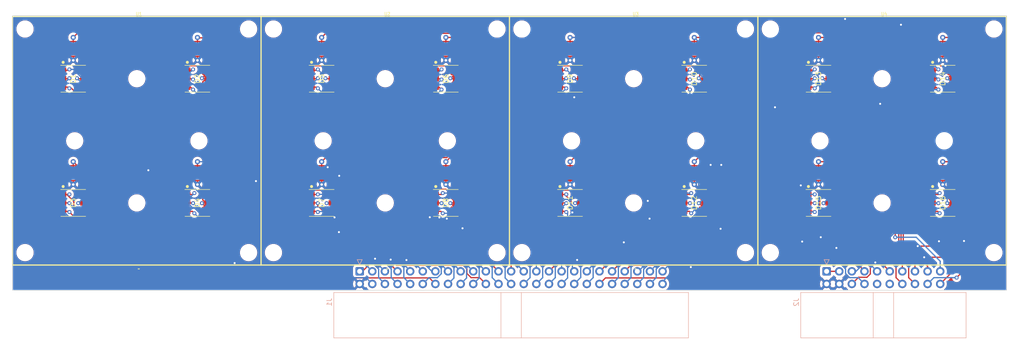
<source format=kicad_pcb>
(kicad_pcb (version 20221018) (generator pcbnew)
  (layers (0 "F.Cu" signal) (31 "B.Cu" signal) (34 "B.Paste" user) (35 "F.Paste" user) (36 "B.SilkS" user "B.Silkscreen") (37 "F.SilkS" user "F.Silkscreen") (38 "B.Mask" user) (39 "F.Mask" user) (44 "Edge.Cuts" user))
  (net 0 "")
  (net 1 "GND")
  (net 2 "B0")
  (net 3 "G0")
  (net 4 "R0")
  (net 5 "B1")
  (net 6 "G1")
  (net 7 "R1")
  (net 8 "B2")
  (net 9 "G2")
  (net 10 "R2")
  (net 11 "B3")
  (net 12 "G3")
  (net 13 "R3")
  (net 14 "B4")
  (net 15 "G4")
  (net 16 "R4")
  (net 17 "B5")
  (net 18 "G5")
  (net 19 "R5")
  (net 20 "B6")
  (net 21 "G6")
  (net 22 "R6")
  (net 23 "B7")
  (net 24 "G7")
  (net 25 "R7")
  (net 26 "B8")
  (net 27 "G8")
  (net 28 "R8")
  (net 29 "B9")
  (net 30 "G9")
  (net 31 "R9")
  (net 32 "B10")
  (net 33 "G10")
  (net 34 "R10")
  (net 35 "B11")
  (net 36 "G11")
  (net 37 "R11")
  (net 38 "B12")
  (net 39 "G12")
  (net 40 "R12")
  (net 41 "B13")
  (net 42 "G13")
  (net 43 "R13")
  (net 44 "B14")
  (net 45 "G14")
  (net 46 "R14")
  (net 47 "B15")
  (net 48 "G15")
  (net 49 "R15")
  (net 50 "+5V")
  (net 51 "+3V3")
  (net 52 "SW0")
  (net 53 "SW1")
  (net 54 "SW2")
  (net 55 "SW3")
  (net 56 "SW4")
  (net 57 "SW5")
  (net 58 "SW6")
  (net 59 "SW7")
  (net 60 "SW8")
  (net 61 "SW9")
  (net 62 "SW10")
  (net 63 "SW11")
  (net 64 "SW12")
  (net 65 "SW13")
  (net 66 "SW14")
  (net 67 "SW15")
  (footprint "yarrboard:WURTH_LED_RGB_5050-6" (layer "F.Cu") (at 82.9183 53.942)
    (fp_text reference "D2")
    (fp_text value "LED_RBGA")
  )
  (footprint "yarrboard:WURTH_LED_RGB_5050-6" (layer "F.Cu") (at 107.9196 53.942)
    (fp_text reference "D5")
    (fp_text value "LED_RBGA")
  )
  (footprint "yarrboard:WURTH_LED_RGB_5050-6" (layer "F.Cu") (at 182.9183 53.942)
    (fp_text reference "D10")
    (fp_text value "LED_RBGA")
  )
  (footprint "yarrboard:WURTH_LED_RGB_5050-6" (layer "F.Cu") (at 157.9196 53.942)
    (fp_text reference "D9")
    (fp_text value "LED_RBGA")
  )
  (footprint "yarrboard:WURTH_LED_RGB_5050-6" (layer "F.Cu") (at 232.9183 53.942)
    (fp_text reference "D14")
    (fp_text value "LED_RBGA")
  )
  (footprint "yarrboard:BUTTONPAD-2X2" (layer "F.Cu") (at 145.72 91.44)
    (fp_text reference "U3")
    (fp_text value "~")
  )
  (footprint "yarrboard:BUTTONPAD-2X2" (layer "F.Cu") (at 45.72 91.44)
    (fp_text reference "U1")
    (fp_text value "~")
  )
  (footprint "yarrboard:WURTH_LED_RGB_5050-6" (layer "F.Cu") (at 157.9196 78.9407)
    (fp_text reference "D11")
    (fp_text value "LED_RBGA")
  )
  (footprint "yarrboard:WURTH_LED_RGB_5050-6" (layer "F.Cu") (at 57.9196 78.9407)
    (fp_text reference "D3")
    (fp_text value "LED_RBGA")
  )
  (footprint "yarrboard:BUTTONPAD-2X2" (layer "F.Cu") (at 195.72 91.44)
    (fp_text reference "U4")
    (fp_text value "~")
  )
  (footprint "yarrboard:WURTH_LED_RGB_5050-6" (layer "F.Cu") (at 57.9196 53.942)
    (fp_text reference "D1")
    (fp_text value "LED_RBGA")
  )
  (footprint "yarrboard:WURTH_LED_RGB_5050-6" (layer "F.Cu") (at 232.9183 78.9407)
    (fp_text reference "D16")
    (fp_text value "LED_RBGA")
  )
  (footprint "yarrboard:BUTTONPAD-2X2" (layer "F.Cu") (at 95.72 91.44)
    (fp_text reference "U2")
    (fp_text value "~")
  )
  (footprint "yarrboard:WURTH_LED_RGB_5050-6" (layer "F.Cu") (at 207.9196 78.9407)
    (fp_text reference "D15")
    (fp_text value "LED_RBGA")
  )
  (footprint "yarrboard:WURTH_LED_RGB_5050-6" (layer "F.Cu") (at 207.9196 53.942)
    (fp_text reference "D13")
    (fp_text value "LED_RBGA")
  )
  (footprint "yarrboard:WURTH_LED_RGB_5050-6" (layer "F.Cu") (at 132.9183 78.9407)
    (fp_text reference "D8")
    (fp_text value "LED_RBGA")
  )
  (footprint "yarrboard:WURTH_LED_RGB_5050-6" (layer "F.Cu") (at 182.9183 78.9407)
    (fp_text reference "D12")
    (fp_text value "LED_RBGA")
  )
  (footprint "yarrboard:WURTH_LED_RGB_5050-6" (layer "F.Cu") (at 132.9183 53.942)
    (fp_text reference "D6")
    (fp_text value "LED_RBGA")
  )
  (footprint "yarrboard:WURTH_LED_RGB_5050-6" (layer "F.Cu") (at 82.9183 78.9407)
    (fp_text reference "D4")
    (fp_text value "LED_RBGA")
  )
  (footprint "yarrboard:WURTH_LED_RGB_5050-6" (layer "F.Cu") (at 107.9196 78.9407)
    (fp_text reference "D7")
    (fp_text value "LED_RBGA")
  )
  (footprint "Connector_IDC:IDC-Header_2x25_P2.54mm_Horizontal" (layer "B.Cu") (at 115.57 92.71 -90)
    (fp_text reference "J1")
    (fp_text value "RGB")
  )
  (footprint "Connector_IDC:IDC-Header_2x10_P2.54mm_Horizontal" (layer "B.Cu") (at 209.55 92.71 -90)
    (fp_text reference "J2")
    (fp_text value "INPUTS")
  )
  (gr_line (start 245.745 41.275) (end 245.745 96.52) (stroke (width 0.1)) (layer "Edge.Cuts"))
  (gr_line (start 45.72 41.275) (end 245.745 41.275) (stroke (width 0.1)) (layer "Edge.Cuts"))
  (gr_line (start 45.72 96.52) (end 45.72 41.275) (stroke (width 0.1)) (layer "Edge.Cuts"))
  (gr_line (start 245.745 96.52) (end 45.72 96.52) (stroke (width 0.1)) (layer "Edge.Cuts"))
  (segment (start 55.5196 52.242) (end 56.978 52.242) (width 0.25) (layer "F.Cu") (net 2))
  (segment (start 56.978 52.242) (end 57.15 52.07) (width 0.25) (layer "F.Cu") (net 2))
  (segment (start 111.4512 73.4853) (end 74.1541 73.4853) (width 0.25) (layer "F.Cu") (net 2))
  (segment (start 74.1541 73.4853) (end 73.0357 72.3669) (width 0.25) (layer "F.Cu") (net 2))
  (via (at 73.0357 72.3669) (size 0.8) (drill 0.4) (layers "F.Cu" "B.Cu") (net 2))
  (via (at 111.4512 73.4853) (size 0.8) (drill 0.4) (layers "F.Cu" "B.Cu") (net 2))
  (via (at 57.15 52.07) (size 0.8) (drill 0.4) (layers "F.Cu" "B.Cu") (net 2))
  (segment (start 57.9337 52.07) (end 73.0357 67.172) (width 0.25) (layer "B.Cu") (net 2))
  (segment (start 73.0357 67.172) (end 73.0357 72.3669) (width 0.25) (layer "B.Cu") (net 2))
  (segment (start 131.2093 93.98) (end 131.9869 93.2024) (width 0.25) (layer "B.Cu") (net 2))
  (segment (start 57.15 52.07) (end 57.9337 52.07) (width 0.25) (layer "B.Cu") (net 2))
  (segment (start 131.9869 93.2024) (end 131.9869 92.1042) (width 0.25) (layer "B.Cu") (net 2))
  (segment (start 121.0431 82.8759) (end 111.6525 73.4853) (width 0.25) (layer "B.Cu") (net 2))
  (segment (start 122.7586 82.8759) (end 121.0431 82.8759) (width 0.25) (layer "B.Cu") (net 2))
  (segment (start 131.9869 92.1042) (end 122.7586 82.8759) (width 0.25) (layer "B.Cu") (net 2))
  (segment (start 129.54 93.98) (end 131.2093 93.98) (width 0.25) (layer "B.Cu") (net 2))
  (segment (start 111.6525 73.4853) (end 111.4512 73.4853) (width 0.25) (layer "B.Cu") (net 2))
  (segment (start 128.27 95.25) (end 129.54 93.98) (width 0.25) (layer "B.Cu") (net 2))
  (segment (start 57.15 55.88) (end 57.5768 55.88) (width 0.25) (layer "F.Cu") (net 3))
  (segment (start 56.912 55.642) (end 57.15 55.88) (width 0.25) (layer "F.Cu") (net 3))
  (segment (start 55.5196 55.642) (end 56.912 55.642) (width 0.25) (layer "F.Cu") (net 3))
  (segment (start 57.5768 55.88) (end 73.4464 71.7496) (width 0.25) (layer "F.Cu") (net 3))
  (segment (start 73.4464 71.7496) (end 109.1295 71.7496) (width 0.25) (layer "F.Cu") (net 3))
  (via (at 109.1295 71.7496) (size 0.8) (drill 0.4) (layers "F.Cu" "B.Cu") (net 3))
  (via (at 57.15 55.88) (size 0.8) (drill 0.4) (layers "F.Cu" "B.Cu") (net 3))
  (segment (start 111.1502 74.2122) (end 111.5921 74.2122) (width 0.25) (layer "B.Cu") (net 3))
  (segment (start 109.1295 71.7496) (end 109.1295 72.1915) (width 0.25) (layer "B.Cu") (net 3))
  (segment (start 130.0899 92.71) (end 130.81 92.71) (width 0.25) (layer "B.Cu") (net 3))
  (segment (start 111.5921 74.2122) (end 130.0899 92.71) (width 0.25) (layer "B.Cu") (net 3))
  (segment (start 109.1295 72.1915) (end 111.1502 74.2122) (width 0.25) (layer "B.Cu") (net 3))
  (segment (start 93.3881 94.0333) (end 90.4016 91.0468) (width 0.25) (layer "F.Cu") (net 4))
  (segment (start 55.5196 53.942) (end 57.056 53.942) (width 0.25) (layer "F.Cu") (net 4))
  (segment (start 130.81 95.25) (end 129.5933 94.0333) (width 0.25) (layer "F.Cu") (net 4))
  (segment (start 129.5933 94.0333) (end 93.3881 94.0333) (width 0.25) (layer "F.Cu") (net 4))
  (segment (start 57.056 53.942) (end 57.15 53.848) (width 0.25) (layer "F.Cu") (net 4))
  (via (at 90.4016 91.0468) (size 0.8) (drill 0.4) (layers "F.Cu" "B.Cu") (net 4))
  (via (at 57.15 53.848) (size 0.8) (drill 0.4) (layers "F.Cu" "B.Cu") (net 4))
  (segment (start 66.3697 91.0468) (end 56.0884 80.7655) (width 0.25) (layer "B.Cu") (net 4))
  (segment (start 56.0884 54.9096) (end 57.15 53.848) (width 0.25) (layer "B.Cu") (net 4))
  (segment (start 56.0884 80.7655) (end 56.0884 54.9096) (width 0.25) (layer "B.Cu") (net 4))
  (segment (start 90.4016 91.0468) (end 66.3697 91.0468) (width 0.25) (layer "B.Cu") (net 4))
  (segment (start 80.5183 52.242) (end 81.87 52.242) (width 0.25) (layer "F.Cu") (net 5))
  (segment (start 81.87 52.242) (end 82.042 52.07) (width 0.25) (layer "F.Cu") (net 5))
  (via (at 82.042 52.07) (size 0.8) (drill 0.4) (layers "F.Cu" "B.Cu") (net 5))
  (segment (start 81.9868 54.9586) (end 81.8103 54.9586) (width 0.25) (layer "B.Cu") (net 5))
  (segment (start 81.8103 54.9586) (end 81.2775 54.4258) (width 0.25) (layer "B.Cu") (net 5))
  (segment (start 125.73 92.6038) (end 111.1123 77.9861) (width 0.25) (layer "B.Cu") (net 5))
  (segment (start 125.73 92.71) (end 125.73 92.6038) (width 0.25) (layer "B.Cu") (net 5))
  (segment (start 111.1123 77.9861) (end 105.0143 77.9861) (width 0.25) (layer "B.Cu") (net 5))
  (segment (start 81.2775 54.4258) (end 81.2775 52.8345) (width 0.25) (layer "B.Cu") (net 5))
  (segment (start 105.0143 77.9861) (end 81.9868 54.9586) (width 0.25) (layer "B.Cu") (net 5))
  (segment (start 81.2775 52.8345) (end 82.042 52.07) (width 0.25) (layer "B.Cu") (net 5))
  (segment (start 80.5183 55.642) (end 81.55 55.642) (width 0.25) (layer "F.Cu") (net 6))
  (segment (start 81.55 55.642) (end 82.042 56.134) (width 0.25) (layer "F.Cu") (net 6))
  (via (at 82.042 56.134) (size 0.8) (drill 0.4) (layers "F.Cu" "B.Cu") (net 6))
  (segment (start 124.46 91.9729) (end 124.46 93.98) (width 0.25) (layer "B.Cu") (net 6))
  (segment (start 105.6595 79.7515) (end 112.2386 79.7515) (width 0.25) (layer "B.Cu") (net 6))
  (segment (start 112.2386 79.7515) (end 124.46 91.9729) (width 0.25) (layer "B.Cu") (net 6))
  (segment (start 82.042 56.134) (end 105.6595 79.7515) (width 0.25) (layer "B.Cu") (net 6))
  (segment (start 124.46 93.98) (end 125.73 95.25) (width 0.25) (layer "B.Cu") (net 6))
  (segment (start 80.5183 53.942) (end 81.882 53.942) (width 0.25) (layer "F.Cu") (net 7))
  (segment (start 81.882 53.942) (end 82.042 54.102) (width 0.25) (layer "F.Cu") (net 7))
  (via (at 82.042 54.102) (size 0.8) (drill 0.4) (layers "F.Cu" "B.Cu") (net 7))
  (segment (start 82.042 54.102) (end 82.9117 54.9717) (width 0.25) (layer "B.Cu") (net 7))
  (segment (start 128.27 92.6957) (end 128.27 92.71) (width 0.25) (layer "B.Cu") (net 7))
  (segment (start 82.9117 54.9717) (end 90.546 54.9717) (width 0.25) (layer "B.Cu") (net 7))
  (segment (start 90.546 54.9717) (end 128.27 92.6957) (width 0.25) (layer "B.Cu") (net 7))
  (segment (start 58.039 80.3801) (end 62.473 84.8141) (width 0.25) (layer "F.Cu") (net 8))
  (segment (start 58.039 78.665) (end 58.039 80.3801) (width 0.25) (layer "F.Cu") (net 8))
  (segment (start 56.6147 77.2407) (end 58.039 78.665) (width 0.25) (layer "F.Cu") (net 8))
  (segment (start 57.1253 77.2407) (end 57.15 77.216) (width 0.25) (layer "F.Cu") (net 8))
  (segment (start 56.6147 77.2407) (end 57.1253 77.2407) (width 0.25) (layer "F.Cu") (net 8))
  (segment (start 62.473 84.8141) (end 111.3948 84.8141) (width 0.25) (layer "F.Cu") (net 8))
  (segment (start 55.5196 77.2407) (end 56.6147 77.2407) (width 0.25) (layer "F.Cu") (net 8))
  (via (at 111.3948 84.8141) (size 0.8) (drill 0.4) (layers "F.Cu" "B.Cu") (net 8))
  (via (at 57.15 77.216) (size 0.8) (drill 0.4) (layers "F.Cu" "B.Cu") (net 8))
  (segment (start 111.3948 84.8141) (end 117.9299 91.3492) (width 0.25) (layer "B.Cu") (net 8))
  (segment (start 119.38 93.98) (end 120.65 95.25) (width 0.25) (layer "B.Cu") (net 8))
  (segment (start 117.9299 91.3492) (end 118.4566 91.3492) (width 0.25) (layer "B.Cu") (net 8))
  (segment (start 118.4566 91.3492) (end 119.38 92.2726) (width 0.25) (layer "B.Cu") (net 8))
  (segment (start 119.38 92.2726) (end 119.38 93.98) (width 0.25) (layer "B.Cu") (net 8))
  (segment (start 62.8741 86.4961) (end 116.9273 86.4961) (width 0.25) (layer "F.Cu") (net 9))
  (segment (start 57.0187 80.6407) (end 57.15 80.772) (width 0.25) (layer "F.Cu") (net 9))
  (segment (start 57.15 80.772) (end 62.8741 86.4961) (width 0.25) (layer "F.Cu") (net 9))
  (segment (start 55.5196 80.6407) (end 57.0187 80.6407) (width 0.25) (layer "F.Cu") (net 9))
  (segment (start 116.9273 86.4961) (end 123.1412 92.71) (width 0.25) (layer "F.Cu") (net 9))
  (segment (start 123.1412 92.71) (end 123.19 92.71) (width 0.25) (layer "F.Cu") (net 9))
  (via (at 57.15 80.772) (size 0.8) (drill 0.4) (layers "F.Cu" "B.Cu") (net 9))
  (segment (start 55.5196 78.9407) (end 57.0967 78.9407) (width 0.25) (layer "F.Cu") (net 10))
  (segment (start 57.0967 78.9407) (end 57.15 78.994) (width 0.25) (layer "F.Cu") (net 10))
  (via (at 57.15 78.994) (size 0.8) (drill 0.4) (layers "F.Cu" "B.Cu") (net 10))
  (segment (start 65.4593 79.7567) (end 57.9127 79.7567) (width 0.25) (layer "B.Cu") (net 10))
  (segment (start 110.8116 81.1248) (end 110.2095 81.1248) (width 0.25) (layer "B.Cu") (net 10))
  (segment (start 87.8998 81.5378) (end 82.5505 76.1885) (width 0.25) (layer "B.Cu") (net 10))
  (segment (start 82.5505 76.1885) (end 69.0275 76.1885) (width 0.25) (layer "B.Cu") (net 10))
  (segment (start 57.9127 79.7567) (end 57.15 78.994) (width 0.25) (layer "B.Cu") (net 10))
  (segment (start 110.2095 81.1248) (end 109.7965 81.5378) (width 0.25) (layer "B.Cu") (net 10))
  (segment (start 121.92 92.2332) (end 110.8116 81.1248) (width 0.25) (layer "B.Cu") (net 10))
  (segment (start 109.7965 81.5378) (end 87.8998 81.5378) (width 0.25) (layer "B.Cu") (net 10))
  (segment (start 123.19 95.25) (end 121.92 93.98) (width 0.25) (layer "B.Cu") (net 10))
  (segment (start 121.92 93.98) (end 121.92 92.2332) (width 0.25) (layer "B.Cu") (net 10))
  (segment (start 69.0275 76.1885) (end 65.4593 79.7567) (width 0.25) (layer "B.Cu") (net 10))
  (segment (start 82.0173 77.2407) (end 82.296 76.962) (width 0.25) (layer "F.Cu") (net 11))
  (segment (start 80.5183 77.2407) (end 82.0173 77.2407) (width 0.25) (layer "F.Cu") (net 11))
  (via (at 82.296 76.962) (size 0.8) (drill 0.4) (layers "F.Cu" "B.Cu") (net 11))
  (segment (start 81.2853 79.2652) (end 81.8707 79.8506) (width 0.25) (layer "B.Cu") (net 11))
  (segment (start 87.0791 84.7257) (end 110.1257 84.7257) (width 0.25) (layer "B.Cu") (net 11))
  (segment (start 81.8707 79.8506) (end 82.204 79.8506) (width 0.25) (layer "B.Cu") (net 11))
  (segment (start 82.204 79.8506) (end 87.0791 84.7257) (width 0.25) (layer "B.Cu") (net 11))
  (segment (start 81.2853 77.9727) (end 81.2853 79.2652) (width 0.25) (layer "B.Cu") (net 11))
  (segment (start 82.296 76.962) (end 81.2853 77.9727) (width 0.25) (layer "B.Cu") (net 11))
  (segment (start 110.1257 84.7257) (end 118.11 92.71) (width 0.25) (layer "B.Cu") (net 11))
  (segment (start 81.9107 80.6407) (end 82.296 81.026) (width 0.25) (layer "F.Cu") (net 12))
  (segment (start 80.5183 80.6407) (end 81.9107 80.6407) (width 0.25) (layer "F.Cu") (net 12))
  (via (at 82.296 81.026) (size 0.8) (drill 0.4) (layers "F.Cu" "B.Cu") (net 12))
  (segment (start 118.11 95.25) (end 116.84 93.98) (width 0.25) (layer "B.Cu") (net 12))
  (segment (start 116.84 93.98) (end 95.25 93.98) (width 0.25) (layer "B.Cu") (net 12))
  (segment (start 95.25 93.98) (end 82.296 81.026) (width 0.25) (layer "B.Cu") (net 12))
  (segment (start 81.9887 78.9407) (end 82.042 78.994) (width 0.25) (layer "F.Cu") (net 13))
  (segment (start 80.5183 78.9407) (end 81.9887 78.9407) (width 0.25) (layer "F.Cu") (net 13))
  (via (at 82.042 78.994) (size 0.8) (drill 0.4) (layers "F.Cu" "B.Cu") (net 13))
  (segment (start 118.8373 90.8973) (end 120.65 92.71) (width 0.25) (layer "B.Cu") (net 13))
  (segment (start 117.9393 90.2364) (end 117.9393 90.4714) (width 0.25) (layer "B.Cu") (net 13))
  (segment (start 86.5833 83.5353) (end 111.2382 83.5353) (width 0.25) (layer "B.Cu") (net 13))
  (segment (start 118.3652 90.8973) (end 118.8373 90.8973) (width 0.25) (layer "B.Cu") (net 13))
  (segment (start 117.9393 90.4714) (end 118.3652 90.8973) (width 0.25) (layer "B.Cu") (net 13))
  (segment (start 111.2382 83.5353) (end 117.9393 90.2364) (width 0.25) (layer "B.Cu") (net 13))
  (segment (start 82.042 78.994) (end 86.5833 83.5353) (width 0.25) (layer "B.Cu") (net 13))
  (segment (start 105.52 52.242) (end 105.5196 52.242) (width 0.25) (layer "F.Cu") (net 14))
  (segment (start 106.978 52.242) (end 107.15 52.07) (width 0.25) (layer "F.Cu") (net 14))
  (segment (start 105.52 52.242) (end 106.978 52.242) (width 0.25) (layer "F.Cu") (net 14))
  (via (at 107.15 52.07) (size 0.8) (drill 0.4) (layers "F.Cu" "B.Cu") (net 14))
  (segment (start 107.9242 52.8442) (end 107.9242 54.1328) (width 0.25) (layer "B.Cu") (net 14))
  (segment (start 128.746 85.566) (end 135.89 92.71) (width 0.25) (layer "B.Cu") (net 14))
  (segment (start 128.746 74.9546) (end 128.746 85.566) (width 0.25) (layer "B.Cu") (net 14))
  (segment (start 107.9242 54.1328) (end 128.746 74.9546) (width 0.25) (layer "B.Cu") (net 14))
  (segment (start 107.15 52.07) (end 107.9242 52.8442) (width 0.25) (layer "B.Cu") (net 14))
  (segment (start 106.912 55.642) (end 107.15 55.88) (width 0.25) (layer "F.Cu") (net 15))
  (segment (start 105.52 55.642) (end 105.5196 55.642) (width 0.25) (layer "F.Cu") (net 15))
  (segment (start 105.52 55.642) (end 106.912 55.642) (width 0.25) (layer "F.Cu") (net 15))
  (via (at 107.15 55.88) (size 0.8) (drill 0.4) (layers "F.Cu" "B.Cu") (net 15))
  (segment (start 134.5407 92.0005) (end 134.5407 94.0593) (width 0.25) (layer "B.Cu") (net 15))
  (segment (start 124.0957 72.8257) (end 124.0957 81.5555) (width 0.25) (layer "B.Cu") (net 15))
  (segment (start 107.15 55.88) (end 124.0957 72.8257) (width 0.25) (layer "B.Cu") (net 15))
  (segment (start 124.0957 81.5555) (end 134.5407 92.0005) (width 0.25) (layer "B.Cu") (net 15))
  (segment (start 134.5407 94.0593) (end 133.35 95.25) (width 0.25) (layer "B.Cu") (net 15))
  (segment (start 105.52 53.942) (end 105.5196 53.942) (width 0.25) (layer "F.Cu") (net 16))
  (segment (start 107.056 53.942) (end 107.15 53.848) (width 0.25) (layer "F.Cu") (net 16))
  (segment (start 105.52 53.942) (end 107.056 53.942) (width 0.25) (layer "F.Cu") (net 16))
  (via (at 107.15 53.848) (size 0.8) (drill 0.4) (layers "F.Cu" "B.Cu") (net 16))
  (segment (start 133.35 92.71) (end 121.7178 81.0778) (width 0.25) (layer "B.Cu") (net 16))
  (segment (start 106.0884 54.9096) (end 107.15 53.848) (width 0.25) (layer "B.Cu") (net 16))
  (segment (start 112.1781 73.3718) (end 112.1781 73.1842) (width 0.25) (layer "B.Cu") (net 16))
  (segment (start 111.5625 72.7584) (end 106.0884 67.2843) (width 0.25) (layer "B.Cu") (net 16))
  (segment (start 111.7523 72.7584) (end 111.5625 72.7584) (width 0.25) (layer "B.Cu") (net 16))
  (segment (start 121.7178 81.0778) (end 119.8841 81.0778) (width 0.25) (layer "B.Cu") (net 16))
  (segment (start 119.8841 81.0778) (end 112.1781 73.3718) (width 0.25) (layer "B.Cu") (net 16))
  (segment (start 106.0884 67.2843) (end 106.0884 54.9096) (width 0.25) (layer "B.Cu") (net 16))
  (segment (start 112.1781 73.1842) (end 111.7523 72.7584) (width 0.25) (layer "B.Cu") (net 16))
  (segment (start 131.87 52.242) (end 132.042 52.07) (width 0.25) (layer "F.Cu") (net 17))
  (segment (start 130.5183 52.242) (end 131.87 52.242) (width 0.25) (layer "F.Cu") (net 17))
  (segment (start 129.6826 81.8221) (end 131.5636 81.8221) (width 0.25) (layer "F.Cu") (net 17))
  (segment (start 131.5636 81.8221) (end 131.6121 81.8706) (width 0.25) (layer "F.Cu") (net 17))
  (segment (start 130.518 52.242) (end 130.5183 52.242) (width 0.25) (layer "F.Cu") (net 17))
  (via (at 132.042 52.07) (size 0.8) (drill 0.4) (layers "F.Cu" "B.Cu") (net 17))
  (via (at 129.6826 81.8221) (size 0.8) (drill 0.4) (layers "F.Cu" "B.Cu") (net 17))
  (via (at 131.6121 81.8706) (size 0.8) (drill 0.4) (layers "F.Cu" "B.Cu") (net 17))
  (segment (start 129.6826 54.4294) (end 129.6826 81.8221) (width 0.25) (layer "B.Cu") (net 17))
  (segment (start 139.6206 92.1178) (end 139.6206 94.0594) (width 0.25) (layer "B.Cu") (net 17))
  (segment (start 139.6206 94.0594) (end 138.43 95.25) (width 0.25) (layer "B.Cu") (net 17))
  (segment (start 131.6121 81.8706) (end 131.6121 84.1093) (width 0.25) (layer "B.Cu") (net 17))
  (segment (start 131.6121 84.1093) (end 139.6206 92.1178) (width 0.25) (layer "B.Cu") (net 17))
  (segment (start 132.042 52.07) (end 129.6826 54.4294) (width 0.25) (layer "B.Cu") (net 17))
  (segment (start 130.5183 55.642) (end 131.55 55.642) (width 0.25) (layer "F.Cu") (net 18))
  (segment (start 131.55 55.642) (end 132.042 56.134) (width 0.25) (layer "F.Cu") (net 18))
  (segment (start 130.518 55.642) (end 130.5183 55.642) (width 0.25) (layer "F.Cu") (net 18))
  (via (at 132.042 56.134) (size 0.8) (drill 0.4) (layers "F.Cu" "B.Cu") (net 18))
  (segment (start 132.042 56.134) (end 130.8852 57.2908) (width 0.25) (layer "B.Cu") (net 18))
  (segment (start 130.8852 57.2908) (end 130.8852 85.1652) (width 0.25) (layer "B.Cu") (net 18))
  (segment (start 130.8852 85.1652) (end 138.43 92.71) (width 0.25) (layer "B.Cu") (net 18))
  (segment (start 131.882 53.942) (end 132.042 54.102) (width 0.25) (layer "F.Cu") (net 19))
  (segment (start 130.518 53.942) (end 130.5183 53.942) (width 0.25) (layer "F.Cu") (net 19))
  (segment (start 130.5183 53.942) (end 131.882 53.942) (width 0.25) (layer "F.Cu") (net 19))
  (via (at 132.042 54.102) (size 0.8) (drill 0.4) (layers "F.Cu" "B.Cu") (net 19))
  (segment (start 130.4333 55.7107) (end 130.4333 85.4705) (width 0.25) (layer "B.Cu") (net 19))
  (segment (start 132.042 54.102) (end 130.4333 55.7107) (width 0.25) (layer "B.Cu") (net 19))
  (segment (start 137.0806 94.0594) (end 135.89 95.25) (width 0.25) (layer "B.Cu") (net 19))
  (segment (start 137.0806 92.1178) (end 137.0806 94.0594) (width 0.25) (layer "B.Cu") (net 19))
  (segment (start 130.4333 85.4705) (end 137.0806 92.1178) (width 0.25) (layer "B.Cu") (net 19))
  (segment (start 105.52 77.2407) (end 105.5196 77.2407) (width 0.25) (layer "F.Cu") (net 20))
  (segment (start 107.125 77.2407) (end 107.15 77.216) (width 0.25) (layer "F.Cu") (net 20))
  (segment (start 143.51 92.71) (end 141.2366 90.4366) (width 0.25) (layer "F.Cu") (net 20))
  (segment (start 141.2366 90.4366) (end 124.9829 90.4366) (width 0.25) (layer "F.Cu") (net 20))
  (segment (start 105.52 77.2407) (end 107.125 77.2407) (width 0.25) (layer "F.Cu") (net 20))
  (via (at 107.15 77.216) (size 0.8) (drill 0.4) (layers "F.Cu" "B.Cu") (net 20))
  (via (at 124.9829 90.4366) (size 0.8) (drill 0.4) (layers "F.Cu" "B.Cu") (net 20))
  (segment (start 111.7623 77.216) (end 107.15 77.216) (width 0.25) (layer "B.Cu") (net 20))
  (segment (start 124.9829 90.4366) (end 111.7623 77.216) (width 0.25) (layer "B.Cu") (net 20))
  (segment (start 137.16 92.2374) (end 136.4302 91.5076) (width 0.25) (layer "F.Cu") (net 21))
  (segment (start 137.9991 93.98) (end 137.16 93.1409) (width 0.25) (layer "F.Cu") (net 21))
  (segment (start 107.019 80.6407) (end 107.15 80.772) (width 0.25) (layer "F.Cu") (net 21))
  (segment (start 136.4302 91.5076) (end 122.9667 91.5076) (width 0.25) (layer "F.Cu") (net 21))
  (segment (start 122.9667 91.5076) (end 121.8084 90.3493) (width 0.25) (layer "F.Cu") (net 21))
  (segment (start 140.97 95.25) (end 139.7 93.98) (width 0.25) (layer "F.Cu") (net 21))
  (segment (start 105.52 80.6407) (end 105.5196 80.6407) (width 0.25) (layer "F.Cu") (net 21))
  (segment (start 137.16 93.1409) (end 137.16 92.2374) (width 0.25) (layer "F.Cu") (net 21))
  (segment (start 139.7 93.98) (end 137.9991 93.98) (width 0.25) (layer "F.Cu") (net 21))
  (segment (start 105.52 80.6407) (end 107.019 80.6407) (width 0.25) (layer "F.Cu") (net 21))
  (via (at 107.15 80.772) (size 0.8) (drill 0.4) (layers "F.Cu" "B.Cu") (net 21))
  (via (at 121.8084 90.3493) (size 0.8) (drill 0.4) (layers "F.Cu" "B.Cu") (net 21))
  (segment (start 107.2491 80.6729) (end 107.15 80.772) (width 0.25) (layer "B.Cu") (net 21))
  (segment (start 112.132 80.6729) (end 107.2491 80.6729) (width 0.25) (layer "B.Cu") (net 21))
  (segment (start 121.8084 90.3493) (end 112.132 80.6729) (width 0.25) (layer "B.Cu") (net 21))
  (segment (start 110.2284 82.5975) (end 132.619 82.5975) (width 0.25) (layer "F.Cu") (net 22))
  (segment (start 107.097 78.9407) (end 107.15 78.994) (width 0.25) (layer "F.Cu") (net 22))
  (segment (start 132.619 82.5975) (end 133.1087 82.1078) (width 0.25) (layer "F.Cu") (net 22))
  (segment (start 105.52 78.9407) (end 105.5196 78.9407) (width 0.25) (layer "F.Cu") (net 22))
  (segment (start 107.15 79.5191) (end 110.2284 82.5975) (width 0.25) (layer "F.Cu") (net 22))
  (segment (start 107.15 78.994) (end 107.15 79.5191) (width 0.25) (layer "F.Cu") (net 22))
  (segment (start 105.52 78.9407) (end 107.097 78.9407) (width 0.25) (layer "F.Cu") (net 22))
  (via (at 133.1087 82.1078) (size 0.8) (drill 0.4) (layers "F.Cu" "B.Cu") (net 22))
  (via (at 107.15 78.994) (size 0.8) (drill 0.4) (layers "F.Cu" "B.Cu") (net 22))
  (segment (start 133.1088 82.1078) (end 133.1087 82.1078) (width 0.25) (layer "B.Cu") (net 22))
  (segment (start 140.97 92.71) (end 133.1088 84.8488) (width 0.25) (layer "B.Cu") (net 22))
  (segment (start 133.1088 84.8488) (end 133.1088 82.1078) (width 0.25) (layer "B.Cu") (net 22))
  (segment (start 132.017 77.2407) (end 132.296 76.962) (width 0.25) (layer "F.Cu") (net 23))
  (segment (start 130.5183 77.2407) (end 132.017 77.2407) (width 0.25) (layer "F.Cu") (net 23))
  (segment (start 130.518 77.2407) (end 130.5183 77.2407) (width 0.25) (layer "F.Cu") (net 23))
  (via (at 132.296 76.962) (size 0.8) (drill 0.4) (layers "F.Cu" "B.Cu") (net 23))
  (segment (start 132.296 76.962) (end 134.1922 76.962) (width 0.25) (layer "B.Cu") (net 23))
  (segment (start 144.8468 94.0468) (end 146.05 95.25) (width 0.25) (layer "B.Cu") (net 23))
  (segment (start 145.3144 91.5425) (end 144.8468 92.0101) (width 0.25) (layer "B.Cu") (net 23))
  (segment (start 145.3144 88.0842) (end 145.3144 91.5425) (width 0.25) (layer "B.Cu") (net 23))
  (segment (start 144.8468 92.0101) (end 144.8468 94.0468) (width 0.25) (layer "B.Cu") (net 23))
  (segment (start 134.1922 76.962) (end 145.3144 88.0842) (width 0.25) (layer "B.Cu") (net 23))
  (segment (start 146.05 88.7929) (end 146.05 92.71) (width 0.25) (layer "F.Cu") (net 24))
  (segment (start 136.2684 84.0458) (end 141.3029 84.0458) (width 0.25) (layer "F.Cu") (net 24))
  (segment (start 141.3029 84.0458) (end 146.05 88.7929) (width 0.25) (layer "F.Cu") (net 24))
  (segment (start 131.911 80.6407) (end 132.296 81.026) (width 0.25) (layer "F.Cu") (net 24))
  (segment (start 130.5183 80.6407) (end 131.911 80.6407) (width 0.25) (layer "F.Cu") (net 24))
  (segment (start 130.518 80.6407) (end 130.5183 80.6407) (width 0.25) (layer "F.Cu") (net 24))
  (via (at 136.2684 84.0458) (size 0.8) (drill 0.4) (layers "F.Cu" "B.Cu") (net 24))
  (via (at 132.296 81.026) (size 0.8) (drill 0.4) (layers "F.Cu" "B.Cu") (net 24))
  (segment (start 132.296 81.026) (end 133.2486 81.026) (width 0.25) (layer "B.Cu") (net 24))
  (segment (start 133.2486 81.026) (end 136.2684 84.0458) (width 0.25) (layer "B.Cu") (net 24))
  (segment (start 131.989 78.9407) (end 132.042 78.994) (width 0.25) (layer "F.Cu") (net 25))
  (segment (start 130.518 78.9407) (end 130.5183 78.9407) (width 0.25) (layer "F.Cu") (net 25))
  (segment (start 130.5183 78.9407) (end 131.989 78.9407) (width 0.25) (layer "F.Cu") (net 25))
  (via (at 132.042 78.994) (size 0.8) (drill 0.4) (layers "F.Cu" "B.Cu") (net 25))
  (segment (start 143.51 95.25) (end 142.24 93.98) (width 0.25) (layer "B.Cu") (net 25))
  (segment (start 142.24 91.1083) (end 136.9953 85.8636) (width 0.25) (layer "B.Cu") (net 25))
  (segment (start 132.2446 78.994) (end 132.042 78.994) (width 0.25) (layer "B.Cu") (net 25))
  (segment (start 136.9953 85.8636) (end 136.9953 83.7447) (width 0.25) (layer "B.Cu") (net 25))
  (segment (start 136.9953 83.7447) (end 132.2446 78.994) (width 0.25) (layer "B.Cu") (net 25))
  (segment (start 142.24 93.98) (end 142.24 91.1083) (width 0.25) (layer "B.Cu") (net 25))
  (segment (start 155.52 52.242) (end 155.5196 52.242) (width 0.25) (layer "F.Cu") (net 26))
  (segment (start 155.52 52.242) (end 156.978 52.242) (width 0.25) (layer "F.Cu") (net 26))
  (segment (start 156.978 52.242) (end 157.15 52.07) (width 0.25) (layer "F.Cu") (net 26))
  (via (at 157.15 52.07) (size 0.8) (drill 0.4) (layers "F.Cu" "B.Cu") (net 26))
  (segment (start 151.13 92.71) (end 151.13 65.0713) (width 0.25) (layer "B.Cu") (net 26))
  (segment (start 151.13 65.0713) (end 157.912 58.2893) (width 0.25) (layer "B.Cu") (net 26))
  (segment (start 157.912 58.2893) (end 157.912 52.832) (width 0.25) (layer "B.Cu") (net 26))
  (segment (start 157.912 52.832) (end 157.15 52.07) (width 0.25) (layer "B.Cu") (net 26))
  (segment (start 156.912 55.642) (end 157.15 55.88) (width 0.25) (layer "F.Cu") (net 27))
  (segment (start 155.52 55.642) (end 156.912 55.642) (width 0.25) (layer "F.Cu") (net 27))
  (segment (start 155.52 55.642) (end 155.5196 55.642) (width 0.25) (layer "F.Cu") (net 27))
  (via (at 157.15 55.88) (size 0.8) (drill 0.4) (layers "F.Cu" "B.Cu") (net 27))
  (segment (start 148.59 95.25) (end 149.86 93.98) (width 0.25) (layer "B.Cu") (net 27))
  (segment (start 149.86 90.2371) (end 150.3515 89.7456) (width 0.25) (layer "B.Cu") (net 27))
  (segment (start 149.86 93.98) (end 149.86 90.2371) (width 0.25) (layer "B.Cu") (net 27))
  (segment (start 150.3515 62.6785) (end 157.15 55.88) (width 0.25) (layer "B.Cu") (net 27))
  (segment (start 150.3515 89.7456) (end 150.3515 62.6785) (width 0.25) (layer "B.Cu") (net 27))
  (segment (start 157.056 53.942) (end 157.15 53.848) (width 0.25) (layer "F.Cu") (net 28))
  (segment (start 155.52 53.942) (end 155.5196 53.942) (width 0.25) (layer "F.Cu") (net 28))
  (segment (start 155.52 53.942) (end 157.056 53.942) (width 0.25) (layer "F.Cu") (net 28))
  (via (at 157.15 53.848) (size 0.8) (drill 0.4) (layers "F.Cu" "B.Cu") (net 28))
  (segment (start 146.0851 64.9129) (end 157.15 53.848) (width 0.25) (layer "B.Cu") (net 28))
  (segment (start 146.0851 90.2051) (end 146.0851 64.9129) (width 0.25) (layer "B.Cu") (net 28))
  (segment (start 148.59 92.71) (end 146.0851 90.2051) (width 0.25) (layer "B.Cu") (net 28))
  (segment (start 181.87 52.242) (end 182.042 52.07) (width 0.25) (layer "F.Cu") (net 29))
  (segment (start 180.5183 52.242) (end 181.87 52.242) (width 0.25) (layer "F.Cu") (net 29))
  (segment (start 180.518 52.242) (end 180.5183 52.242) (width 0.25) (layer "F.Cu") (net 29))
  (via (at 182.042 52.07) (size 0.8) (drill 0.4) (layers "F.Cu" "B.Cu") (net 29))
  (segment (start 157.9993 79.1037) (end 158.6634 79.7678) (width 0.25) (layer "B.Cu") (net 29))
  (segment (start 162.6893 71.4227) (end 182.042 52.07) (width 0.25) (layer "B.Cu") (net 29))
  (segment (start 157.9993 78.8053) (end 157.9993 79.1037) (width 0.25) (layer "B.Cu") (net 29))
  (segment (start 157.4264 78.2324) (end 157.9993 78.8053) (width 0.25) (layer "B.Cu") (net 29))
  (segment (start 154.9415 80.1573) (end 156.8664 78.2324) (width 0.25) (layer "B.Cu") (net 29))
  (segment (start 158.6634 79.7678) (end 159.2246 79.7678) (width 0.25) (layer "B.Cu") (net 29))
  (segment (start 159.2246 79.7678) (end 162.6893 76.3031) (width 0.25) (layer "B.Cu") (net 29))
  (segment (start 162.6893 76.3031) (end 162.6893 71.4227) (width 0.25) (layer "B.Cu") (net 29))
  (segment (start 153.67 95.25) (end 154.9415 93.9785) (width 0.25) (layer "B.Cu") (net 29))
  (segment (start 154.9415 93.9785) (end 154.9415 80.1573) (width 0.25) (layer "B.Cu") (net 29))
  (segment (start 156.8664 78.2324) (end 157.4264 78.2324) (width 0.25) (layer "B.Cu") (net 29))
  (segment (start 181.55 55.642) (end 182.042 56.134) (width 0.25) (layer "F.Cu") (net 30))
  (segment (start 155.9609 90.4191) (end 159.3345 90.4191) (width 0.25) (layer "F.Cu") (net 30))
  (segment (start 153.67 92.71) (end 155.9609 90.4191) (width 0.25) (layer "F.Cu") (net 30))
  (segment (start 180.518 55.642) (end 180.5183 55.642) (width 0.25) (layer "F.Cu") (net 30))
  (segment (start 180.5183 55.642) (end 181.55 55.642) (width 0.25) (layer "F.Cu") (net 30))
  (via (at 182.042 56.134) (size 0.8) (drill 0.4) (layers "F.Cu" "B.Cu") (net 30))
  (via (at 159.3345 90.4191) (size 0.8) (drill 0.4) (layers "F.Cu" "B.Cu") (net 30))
  (segment (start 159.3345 81.1769) (end 182.042 58.4694) (width 0.25) (layer "B.Cu") (net 30))
  (segment (start 159.3345 90.4191) (end 159.3345 81.1769) (width 0.25) (layer "B.Cu") (net 30))
  (segment (start 182.042 58.4694) (end 182.042 56.134) (width 0.25) (layer "B.Cu") (net 30))
  (segment (start 180.518 53.942) (end 175.6563 53.942) (width 0.25) (layer "F.Cu") (net 31))
  (segment (start 175.6563 53.942) (end 171.9198 57.6785) (width 0.25) (layer "F.Cu") (net 31))
  (segment (start 180.5183 53.942) (end 181.882 53.942) (width 0.25) (layer "F.Cu") (net 31))
  (segment (start 180.518 53.942) (end 180.5183 53.942) (width 0.25) (layer "F.Cu") (net 31))
  (segment (start 181.882 53.942) (end 182.042 54.102) (width 0.25) (layer "F.Cu") (net 31))
  (segment (start 171.9198 57.6785) (end 158.7555 57.6785) (width 0.25) (layer "F.Cu") (net 31))
  (via (at 158.7555 57.6785) (size 0.8) (drill 0.4) (layers "F.Cu" "B.Cu") (net 31))
  (via (at 182.042 54.102) (size 0.8) (drill 0.4) (layers "F.Cu" "B.Cu") (net 31))
  (segment (start 152.4 93.98) (end 151.13 95.25) (width 0.25) (layer "B.Cu") (net 31))
  (segment (start 152.4 69.0271) (end 152.4 93.98) (width 0.25) (layer "B.Cu") (net 31))
  (segment (start 158.7555 57.6785) (end 158.7555 62.6716) (width 0.25) (layer "B.Cu") (net 31))
  (segment (start 158.7555 62.6716) (end 152.4 69.0271) (width 0.25) (layer "B.Cu") (net 31))
  (segment (start 156.8255 77.2407) (end 158.1054 78.5206) (width 0.25) (layer "F.Cu") (net 32))
  (segment (start 155.52 77.2407) (end 155.5196 77.2407) (width 0.25) (layer "F.Cu") (net 32))
  (segment (start 155.52 77.2407) (end 156.8255 77.2407) (width 0.25) (layer "F.Cu") (net 32))
  (segment (start 158.1054 78.5206) (end 158.1054 80.5836) (width 0.25) (layer "F.Cu") (net 32))
  (segment (start 156.8255 77.2407) (end 157.125 77.2407) (width 0.25) (layer "F.Cu") (net 32))
  (segment (start 157.125 77.2407) (end 157.15 77.216) (width 0.25) (layer "F.Cu") (net 32))
  (segment (start 158.1054 80.5836) (end 158.3798 80.858) (width 0.25) (layer "F.Cu") (net 32))
  (via (at 158.3798 80.858) (size 0.8) (drill 0.4) (layers "F.Cu" "B.Cu") (net 32))
  (via (at 157.15 77.216) (size 0.8) (drill 0.4) (layers "F.Cu" "B.Cu") (net 32))
  (segment (start 158.3798 92.3398) (end 158.75 92.71) (width 0.25) (layer "B.Cu") (net 32))
  (segment (start 158.3798 80.858) (end 158.3798 92.3398) (width 0.25) (layer "B.Cu") (net 32))
  (segment (start 157.019 80.6407) (end 157.15 80.772) (width 0.25) (layer "F.Cu") (net 33))
  (segment (start 155.52 80.6407) (end 157.019 80.6407) (width 0.25) (layer "F.Cu") (net 33))
  (segment (start 155.52 80.6407) (end 155.5196 80.6407) (width 0.25) (layer "F.Cu") (net 33))
  (via (at 157.15 80.772) (size 0.8) (drill 0.4) (layers "F.Cu" "B.Cu") (net 33))
  (segment (start 157.4137 94.0463) (end 156.21 95.25) (width 0.25) (layer "B.Cu") (net 33))
  (segment (start 157.15 80.772) (end 157.4137 81.0357) (width 0.25) (layer "B.Cu") (net 33))
  (segment (start 157.4137 81.0357) (end 157.4137 94.0463) (width 0.25) (layer "B.Cu") (net 33))
  (segment (start 155.52 78.9407) (end 157.097 78.9407) (width 0.25) (layer "F.Cu") (net 34))
  (segment (start 155.52 78.9407) (end 155.5196 78.9407) (width 0.25) (layer "F.Cu") (net 34))
  (segment (start 157.097 78.9407) (end 157.15 78.994) (width 0.25) (layer "F.Cu") (net 34))
  (via (at 157.15 78.994) (size 0.8) (drill 0.4) (layers "F.Cu" "B.Cu") (net 34))
  (segment (start 156.21 92.71) (end 156.21 79.934) (width 0.25) (layer "B.Cu") (net 34))
  (segment (start 156.21 79.934) (end 157.15 78.994) (width 0.25) (layer "B.Cu") (net 34))
  (segment (start 180.5183 77.2407) (end 182.017 77.2407) (width 0.25) (layer "F.Cu") (net 35))
  (segment (start 180.518 77.2407) (end 180.5183 77.2407) (width 0.25) (layer "F.Cu") (net 35))
  (segment (start 182.017 77.2407) (end 182.296 76.962) (width 0.25) (layer "F.Cu") (net 35))
  (via (at 182.296 76.962) (size 0.8) (drill 0.4) (layers "F.Cu" "B.Cu") (net 35))
  (segment (start 182.296 76.962) (end 177.618 76.962) (width 0.25) (layer "B.Cu") (net 35))
  (segment (start 162.56 92.02) (end 162.56 93.98) (width 0.25) (layer "B.Cu") (net 35))
  (segment (start 177.618 76.962) (end 162.56 92.02) (width 0.25) (layer "B.Cu") (net 35))
  (segment (start 162.56 93.98) (end 161.29 95.25) (width 0.25) (layer "B.Cu") (net 35))
  (segment (start 180.518 80.6407) (end 180.5183 80.6407) (width 0.25) (layer "F.Cu") (net 36))
  (segment (start 180.5183 80.6407) (end 181.911 80.6407) (width 0.25) (layer "F.Cu") (net 36))
  (segment (start 181.911 80.6407) (end 182.296 81.026) (width 0.25) (layer "F.Cu") (net 36))
  (via (at 182.296 81.026) (size 0.8) (drill 0.4) (layers "F.Cu" "B.Cu") (net 36))
  (segment (start 182.931 77.355) (end 183.7714 76.5146) (width 0.25) (layer "B.Cu") (net 36))
  (segment (start 183.2837 74.3485) (end 179.5924 74.3485) (width 0.25) (layer "B.Cu") (net 36))
  (segment (start 179.5924 74.3485) (end 161.29 92.6509) (width 0.25) (layer "B.Cu") (net 36))
  (segment (start 182.296 81.026) (end 182.931 80.391) (width 0.25) (layer "B.Cu") (net 36))
  (segment (start 182.931 80.391) (end 182.931 77.355) (width 0.25) (layer "B.Cu") (net 36))
  (segment (start 161.29 92.6509) (end 161.29 92.71) (width 0.25) (layer "B.Cu") (net 36))
  (segment (start 183.7714 74.8362) (end 183.2837 74.3485) (width 0.25) (layer "B.Cu") (net 36))
  (segment (start 183.7714 76.5146) (end 183.7714 74.8362) (width 0.25) (layer "B.Cu") (net 36))
  (segment (start 178.7822 78.5315) (end 179.1914 78.9407) (width 0.25) (layer "F.Cu") (net 37))
  (segment (start 180.518 78.9407) (end 180.5183 78.9407) (width 0.25) (layer "F.Cu") (net 37))
  (segment (start 180.5183 78.9407) (end 181.989 78.9407) (width 0.25) (layer "F.Cu") (net 37))
  (segment (start 181.989 78.9407) (end 182.042 78.994) (width 0.25) (layer "F.Cu") (net 37))
  (segment (start 173.5567 78.5315) (end 178.7822 78.5315) (width 0.25) (layer "F.Cu") (net 37))
  (segment (start 180.5183 78.9407) (end 179.1914 78.9407) (width 0.25) (layer "F.Cu") (net 37))
  (via (at 173.5567 78.5315) (size 0.8) (drill 0.4) (layers "F.Cu" "B.Cu") (net 37))
  (via (at 182.042 78.994) (size 0.8) (drill 0.4) (layers "F.Cu" "B.Cu") (net 37))
  (segment (start 158.75 95.25) (end 160.0599 93.9401) (width 0.25) (layer "B.Cu") (net 37))
  (segment (start 171.8444 76.8192) (end 173.5567 78.5315) (width 0.25) (layer "B.Cu") (net 37))
  (segment (start 169.8893 76.8192) (end 171.8444 76.8192) (width 0.25) (layer "B.Cu") (net 37))
  (segment (start 160.0599 93.9401) (end 160.0599 91.5346) (width 0.25) (layer "B.Cu") (net 37))
  (segment (start 160.0599 91.5346) (end 168.1024 83.4921) (width 0.25) (layer "B.Cu") (net 37))
  (segment (start 168.1024 78.6061) (end 169.8893 76.8192) (width 0.25) (layer "B.Cu") (net 37))
  (segment (start 168.1024 83.4921) (end 168.1024 78.6061) (width 0.25) (layer "B.Cu") (net 37))
  (segment (start 205.52 52.242) (end 205.5196 52.242) (width 0.25) (layer "F.Cu") (net 38))
  (segment (start 205.52 52.242) (end 206.978 52.242) (width 0.25) (layer "F.Cu") (net 38))
  (segment (start 206.978 52.242) (end 207.15 52.07) (width 0.25) (layer "F.Cu") (net 38))
  (via (at 207.15 52.07) (size 0.8) (drill 0.4) (layers "F.Cu" "B.Cu") (net 38))
  (segment (start 175.26 93.98) (end 175.26 92.2606) (width 0.25) (layer "B.Cu") (net 38))
  (segment (start 175.26 92.2606) (end 200.3392 67.1814) (width 0.25) (layer "B.Cu") (net 38))
  (segment (start 200.3392 58.8808) (end 207.15 52.07) (width 0.25) (layer "B.Cu") (net 38))
  (segment (start 173.99 95.25) (end 175.26 93.98) (width 0.25) (layer "B.Cu") (net 38))
  (segment (start 200.3392 67.1814) (end 200.3392 58.8808) (width 0.25) (layer "B.Cu") (net 38))
  (segment (start 206.912 55.642) (end 207.15 55.88) (width 0.25) (layer "F.Cu") (net 39))
  (segment (start 205.52 55.642) (end 206.912 55.642) (width 0.25) (layer "F.Cu") (net 39))
  (segment (start 205.52 55.642) (end 205.5196 55.642) (width 0.25) (layer "F.Cu") (net 39))
  (via (at 207.15 55.88) (size 0.8) (drill 0.4) (layers "F.Cu" "B.Cu") (net 39))
  (segment (start 207.912 55.118) (end 207.15 55.88) (width 0.25) (layer "B.Cu") (net 39))
  (segment (start 207.912 53.5459) (end 207.912 55.118) (width 0.25) (layer "B.Cu") (net 39))
  (segment (start 206.8555 53.113) (end 207.4791 53.113) (width 0.25) (layer "B.Cu") (net 39))
  (segment (start 176.53 92.71) (end 200.8541 68.3859) (width 0.25) (layer "B.Cu") (net 39))
  (segment (start 207.4791 53.113) (end 207.912 53.5459) (width 0.25) (layer "B.Cu") (net 39))
  (segment (start 200.8541 59.1144) (end 206.8555 53.113) (width 0.25) (layer "B.Cu") (net 39))
  (segment (start 200.8541 68.3859) (end 200.8541 59.1144) (width 0.25) (layer "B.Cu") (net 39))
  (segment (start 205.52 53.942) (end 207.056 53.942) (width 0.25) (layer "F.Cu") (net 40))
  (segment (start 207.056 53.942) (end 207.15 53.848) (width 0.25) (layer "F.Cu") (net 40))
  (segment (start 205.52 53.942) (end 205.5196 53.942) (width 0.25) (layer "F.Cu") (net 40))
  (via (at 207.15 53.848) (size 0.8) (drill 0.4) (layers "F.Cu" "B.Cu") (net 40))
  (segment (start 207.15 53.848) (end 205.8434 55.1546) (width 0.25) (layer "B.Cu") (net 40))
  (segment (start 205.8434 55.1546) (end 205.8434 65.4814) (width 0.25) (layer "B.Cu") (net 40))
  (segment (start 176.53 94.7948) (end 176.53 95.25) (width 0.25) (layer "B.Cu") (net 40))
  (segment (start 205.8434 65.4814) (end 176.53 94.7948) (width 0.25) (layer "B.Cu") (net 40))
  (segment (start 230.518 52.242) (end 230.5183 52.242) (width 0.25) (layer "F.Cu") (net 41))
  (segment (start 231.87 52.242) (end 232.042 52.07) (width 0.25) (layer "F.Cu") (net 41))
  (segment (start 230.5183 52.242) (end 231.87 52.242) (width 0.25) (layer "F.Cu") (net 41))
  (via (at 232.042 52.07) (size 0.8) (drill 0.4) (layers "F.Cu" "B.Cu") (net 41))
  (segment (start 229.3548 49.3828) (end 232.042 52.07) (width 0.25) (layer "B.Cu") (net 41))
  (segment (start 189.8543 67.0917) (end 207.5632 49.3828) (width 0.25) (layer "B.Cu") (net 41))
  (segment (start 171.6568 92.71) (end 189.8543 74.5125) (width 0.25) (layer "B.Cu") (net 41))
  (segment (start 189.8543 74.5125) (end 189.8543 67.0917) (width 0.25) (layer "B.Cu") (net 41))
  (segment (start 171.45 92.71) (end 171.6568 92.71) (width 0.25) (layer "B.Cu") (net 41))
  (segment (start 207.5632 49.3828) (end 229.3548 49.3828) (width 0.25) (layer "B.Cu") (net 41))
  (segment (start 231.55 55.642) (end 232.042 56.134) (width 0.25) (layer "F.Cu") (net 42))
  (segment (start 230.5183 55.642) (end 231.55 55.642) (width 0.25) (layer "F.Cu") (net 42))
  (segment (start 230.518 55.642) (end 230.5183 55.642) (width 0.25) (layer "F.Cu") (net 42))
  (segment (start 219.6357 59.6875) (end 199.1604 59.6875) (width 0.25) (layer "F.Cu") (net 42))
  (segment (start 220.327 58.9962) (end 219.6357 59.6875) (width 0.25) (layer "F.Cu") (net 42))
  (via (at 220.327 58.9962) (size 0.8) (drill 0.4) (layers "F.Cu" "B.Cu") (net 42))
  (via (at 199.1604 59.6875) (size 0.8) (drill 0.4) (layers "F.Cu" "B.Cu") (net 42))
  (via (at 232.042 56.134) (size 0.8) (drill 0.4) (layers "F.Cu" "B.Cu") (net 42))
  (segment (start 232.042 56.134) (end 223.1892 56.134) (width 0.25) (layer "B.Cu") (net 42))
  (segment (start 172.72 92.3006) (end 172.72 93.98) (width 0.25) (layer "B.Cu") (net 42))
  (segment (start 223.1892 56.134) (end 220.327 58.9962) (width 0.25) (layer "B.Cu") (net 42))
  (segment (start 199.1604 59.6875) (end 199.1604 65.8602) (width 0.25) (layer "B.Cu") (net 42))
  (segment (start 199.1604 65.8602) (end 172.72 92.3006) (width 0.25) (layer "B.Cu") (net 42))
  (segment (start 172.72 93.98) (end 171.45 95.25) (width 0.25) (layer "B.Cu") (net 42))
  (segment (start 231.882 53.942) (end 232.042 54.102) (width 0.25) (layer "F.Cu") (net 43))
  (segment (start 230.518 53.942) (end 230.5183 53.942) (width 0.25) (layer "F.Cu") (net 43))
  (segment (start 230.5183 53.942) (end 231.882 53.942) (width 0.25) (layer "F.Cu") (net 43))
  (via (at 232.042 54.102) (size 0.8) (drill 0.4) (layers "F.Cu" "B.Cu") (net 43))
  (segment (start 199.8873 58.2748) (end 206.9058 51.2563) (width 0.25) (layer "B.Cu") (net 43))
  (segment (start 229.1963 51.2563) (end 232.042 54.102) (width 0.25) (layer "B.Cu") (net 43))
  (segment (start 173.99 92.71) (end 199.8873 66.8127) (width 0.25) (layer "B.Cu") (net 43))
  (segment (start 199.8873 66.8127) (end 199.8873 58.2748) (width 0.25) (layer "B.Cu") (net 43))
  (segment (start 206.9058 51.2563) (end 229.1963 51.2563) (width 0.25) (layer "B.Cu") (net 43))
  (segment (start 205.52 77.2407) (end 205.5196 77.2407) (width 0.25) (layer "F.Cu") (net 44))
  (segment (start 171.4628 84.1451) (end 168.7328 86.8751) (width 0.25) (layer "F.Cu") (net 44))
  (segment (start 188.2076 84.1451) (end 171.4628 84.1451) (width 0.25) (layer "F.Cu") (net 44))
  (segment (start 205.52 77.2407) (end 207.125 77.2407) (width 0.25) (layer "F.Cu") (net 44))
  (segment (start 207.125 77.2407) (end 207.15 77.216) (width 0.25) (layer "F.Cu") (net 44))
  (via (at 188.2076 84.1451) (size 0.8) (drill 0.4) (layers "F.Cu" "B.Cu") (net 44))
  (via (at 168.7328 86.8751) (size 0.8) (drill 0.4) (layers "F.Cu" "B.Cu") (net 44))
  (via (at 207.15 77.216) (size 0.8) (drill 0.4) (layers "F.Cu" "B.Cu") (net 44))
  (segment (start 167.64 87.9679) (end 167.64 93.98) (width 0.25) (layer "B.Cu") (net 44))
  (segment (start 207.15 77.216) (end 195.1367 77.216) (width 0.25) (layer "B.Cu") (net 44))
  (segment (start 168.7328 86.8751) (end 167.64 87.9679) (width 0.25) (layer "B.Cu") (net 44))
  (segment (start 195.1367 77.216) (end 188.2076 84.1451) (width 0.25) (layer "B.Cu") (net 44))
  (segment (start 167.64 93.98) (end 166.37 95.25) (width 0.25) (layer "B.Cu") (net 44))
  (segment (start 170.1108 91.5092) (end 181.8796 91.5092) (width 0.25) (layer "F.Cu") (net 45))
  (segment (start 168.91 92.71) (end 170.1108 91.5092) (width 0.25) (layer "F.Cu") (net 45))
  (segment (start 205.52 80.6407) (end 205.5196 80.6407) (width 0.25) (layer "F.Cu") (net 45))
  (segment (start 205.52 80.6407) (end 207.019 80.6407) (width 0.25) (layer "F.Cu") (net 45))
  (segment (start 207.019 80.6407) (end 207.15 80.772) (width 0.25) (layer "F.Cu") (net 45))
  (segment (start 181.8796 91.5092) (end 182.2206 91.8502) (width 0.25) (layer "F.Cu") (net 45))
  (via (at 207.15 80.772) (size 0.8) (drill 0.4) (layers "F.Cu" "B.Cu") (net 45))
  (via (at 182.2206 91.8502) (size 0.8) (drill 0.4) (layers "F.Cu" "B.Cu") (net 45))
  (segment (start 193.2988 80.772) (end 182.2206 91.8502) (width 0.25) (layer "B.Cu") (net 45))
  (segment (start 207.15 80.772) (end 193.2988 80.772) (width 0.25) (layer "B.Cu") (net 45))
  (segment (start 173.9129 82.1078) (end 195.2703 82.1078) (width 0.25) (layer "F.Cu") (net 46))
  (segment (start 205.52 78.9407) (end 207.097 78.9407) (width 0.25) (layer "F.Cu") (net 46))
  (segment (start 207.097 78.9407) (end 207.15 78.994) (width 0.25) (layer "F.Cu") (net 46))
  (segment (start 205.52 78.9407) (end 205.5196 78.9407) (width 0.25) (layer "F.Cu") (net 46))
  (segment (start 198.4374 78.9407) (end 205.5196 78.9407) (width 0.25) (layer "F.Cu") (net 46))
  (segment (start 195.2703 82.1078) (end 198.4374 78.9407) (width 0.25) (layer "F.Cu") (net 46))
  (via (at 207.15 78.994) (size 0.8) (drill 0.4) (layers "F.Cu" "B.Cu") (net 46))
  (via (at 173.9129 82.1078) (size 0.8) (drill 0.4) (layers "F.Cu" "B.Cu") (net 46))
  (segment (start 170.18 85.8407) (end 173.9129 82.1078) (width 0.25) (layer "B.Cu") (net 46))
  (segment (start 168.91 95.25) (end 170.18 93.98) (width 0.25) (layer "B.Cu") (net 46))
  (segment (start 170.18 93.98) (end 170.18 85.8407) (width 0.25) (layer "B.Cu") (net 46))
  (segment (start 163.9259 92.71) (end 170.7932 85.8427) (width 0.25) (layer "F.Cu") (net 47))
  (segment (start 170.7932 85.8427) (end 208.3727 85.8427) (width 0.25) (layer "F.Cu") (net 47))
  (segment (start 232.017 77.2407) (end 232.296 76.962) (width 0.25) (layer "F.Cu") (net 47))
  (segment (start 230.518 77.2407) (end 230.5183 77.2407) (width 0.25) (layer "F.Cu") (net 47))
  (segment (start 163.83 92.71) (end 163.9259 92.71) (width 0.25) (layer "F.Cu") (net 47))
  (segment (start 230.5183 77.2407) (end 232.017 77.2407) (width 0.25) (layer "F.Cu") (net 47))
  (via (at 232.296 76.962) (size 0.8) (drill 0.4) (layers "F.Cu" "B.Cu") (net 47))
  (via (at 208.3727 85.8427) (size 0.8) (drill 0.4) (layers "F.Cu" "B.Cu") (net 47))
  (segment (start 217.0068 85.8427) (end 225.8875 76.962) (width 0.25) (layer "B.Cu") (net 47))
  (segment (start 225.8875 76.962) (end 232.296 76.962) (width 0.25) (layer "B.Cu") (net 47))
  (segment (start 208.3727 85.8427) (end 217.0068 85.8427) (width 0.25) (layer "B.Cu") (net 47))
  (segment (start 197.2639 91.0174) (end 195.2948 89.0483) (width 0.25) (layer "F.Cu") (net 48))
  (segment (start 192.3578 86.8638) (end 185.1843 94.0373) (width 0.25) (layer "F.Cu") (net 48))
  (segment (start 195.2948 88.0803) (end 194.0783 86.8638) (width 0.25) (layer "F.Cu") (net 48))
  (segment (start 194.0783 86.8638) (end 192.3578 86.8638) (width 0.25) (layer "F.Cu") (net 48))
  (segment (start 208.5014 91.0174) (end 197.2639 91.0174) (width 0.25) (layer "F.Cu") (net 48))
  (segment (start 195.2948 89.0483) (end 195.2948 88.0803) (width 0.25) (layer "F.Cu") (net 48))
  (segment (start 211.5153 88.0035) (end 208.5014 91.0174) (width 0.25) (layer "F.Cu") (net 48))
  (segment (start 230.518 80.6407) (end 230.5183 80.6407) (width 0.25) (layer "F.Cu") (net 48))
  (segment (start 231.911 80.6407) (end 232.296 81.026) (width 0.25) (layer "F.Cu") (net 48))
  (segment (start 230.5183 80.6407) (end 231.911 80.6407) (width 0.25) (layer "F.Cu") (net 48))
  (segment (start 165.0426 94.0374) (end 163.83 95.25) (width 0.25) (layer "F.Cu") (net 48))
  (segment (start 185.1843 94.0373) (end 185.1843 94.0374) (width 0.25) (layer "F.Cu") (net 48))
  (segment (start 185.1843 94.0374) (end 165.0426 94.0374) (width 0.25) (layer "F.Cu") (net 48))
  (via (at 232.296 81.026) (size 0.8) (drill 0.4) (layers "F.Cu" "B.Cu") (net 48))
  (via (at 211.5153 88.0035) (size 0.8) (drill 0.4) (layers "F.Cu" "B.Cu") (net 48))
  (segment (start 219.1092 88.0035) (end 211.5153 88.0035) (width 0.25) (layer "B.Cu") (net 48))
  (segment (start 232.296 81.026) (end 226.0867 81.026) (width 0.25) (layer "B.Cu") (net 48))
  (segment (start 226.0867 81.026) (end 219.1092 88.0035) (width 0.25) (layer "B.Cu") (net 48))
  (segment (start 230.518 78.9407) (end 230.5183 78.9407) (width 0.25) (layer "F.Cu") (net 49))
  (segment (start 204.631 86.719) (end 204.3239 86.4119) (width 0.25) (layer "F.Cu") (net 49))
  (segment (start 231.989 78.9407) (end 232.042 78.994) (width 0.25) (layer "F.Cu") (net 49))
  (segment (start 172.6681 86.4119) (end 166.37 92.71) (width 0.25) (layer "F.Cu") (net 49))
  (segment (start 230.5183 78.9407) (end 231.989 78.9407) (width 0.25) (layer "F.Cu") (net 49))
  (segment (start 204.3239 86.4119) (end 172.6681 86.4119) (width 0.25) (layer "F.Cu") (net 49))
  (via (at 232.042 78.994) (size 0.8) (drill 0.4) (layers "F.Cu" "B.Cu") (net 49))
  (via (at 204.631 86.719) (size 0.8) (drill 0.4) (layers "F.Cu" "B.Cu") (net 49))
  (segment (start 216.8539 86.719) (end 204.631 86.719) (width 0.25) (layer "B.Cu") (net 49))
  (segment (start 224.5789 78.994) (end 216.8539 86.719) (width 0.25) (layer "B.Cu") (net 49))
  (segment (start 232.042 78.994) (end 224.5789 78.994) (width 0.25) (layer "B.Cu") (net 49))
  (segment (start 135.3183 55.642) (end 133.9914 55.642) (width 0.25) (layer "F.Cu") (net 50))
  (segment (start 158.981 78.9407) (end 158.928 78.994) (width 0.25) (layer "F.Cu") (net 50))
  (segment (start 235.318 78.9407) (end 233.873 78.9407) (width 0.25) (layer "F.Cu") (net 50))
  (segment (start 183.9914 77.9457) (end 183.9914 77.2407) (width 0.25) (layer "F.Cu") (net 50))
  (segment (start 233.873 78.9407) (end 233.8465 78.9673) (width 0.25) (layer "F.Cu") (net 50))
  (segment (start 233.8465 78.9673) (end 234.5913 79.7121) (width 0.25) (layer "F.Cu") (net 50))
  (segment (start 133.914 53.942) (end 133.867 53.895) (width 0.25) (layer "F.Cu") (net 50))
  (segment (start 210.32 55.642) (end 210.32 54.792) (width 0.25) (layer "F.Cu") (net 50))
  (segment (start 234.5913 79.7121) (end 234.5913 79.7122) (width 0.25) (layer "F.Cu") (net 50))
  (segment (start 210.32 79.7907) (end 210.3196 79.7911) (width 0.25) (layer "F.Cu") (net 50))
  (segment (start 160.32 78.0907) (end 160.32 78.9407) (width 0.25) (layer "F.Cu") (net 50))
  (segment (start 160.3196 79.7911) (end 160.3196 80.6407) (width 0.25) (layer "F.Cu") (net 50))
  (segment (start 210.32 53.092) (end 210.3196 53.0916) (width 0.25) (layer "F.Cu") (net 50))
  (segment (start 108.9927 77.2407) (end 108.1158 76.3638) (width 0.25) (layer "F.Cu") (net 50))
  (segment (start 185.318 78.9407) (end 183.873 78.9407) (width 0.25) (layer "F.Cu") (net 50))
  (segment (start 134.2315 52.242) (end 133.3326 51.3431) (width 0.25) (layer "F.Cu") (net 50))
  (segment (start 60.3196 78.9407) (end 58.9813 78.9407) (width 0.25) (layer "F.Cu") (net 50))
  (segment (start 183.867 53.895) (end 183.9914 53.7706) (width 0.25) (layer "F.Cu") (net 50))
  (segment (start 234.5914 53.1706) (end 234.5914 53.1705) (width 0.25) (layer "F.Cu") (net 50))
  (segment (start 185.318 53.942) (end 185.3183 53.942) (width 0.25) (layer "F.Cu") (net 50))
  (segment (start 118.6662 90.1704) (end 116.1266 92.71) (width 0.25) (layer "F.Cu") (net 50))
  (segment (start 233.9914 55.642) (end 233.9914 54.9371) (width 0.25) (layer "F.Cu") (net 50))
  (segment (start 158.1158 76.3638) (end 137.5221 76.3638) (width 0.25) (layer "F.Cu") (net 50))
  (segment (start 184.5913 79.7121) (end 184.5913 79.7122) (width 0.25) (layer "F.Cu") (net 50))
  (segment (start 134.5913 79.7121) (end 134.5913 79.7122) (width 0.25) (layer "F.Cu") (net 50))
  (segment (start 135.3183 77.2407) (end 133.9914 77.2407) (width 0.25) (layer "F.Cu") (net 50))
  (segment (start 184.0664 79.7638) (end 183.9914 79.8388) (width 0.25) (layer "F.Cu") (net 50))
  (segment (start 158.9927 77.2407) (end 158.1158 76.3638) (width 0.25) (layer "F.Cu") (net 50))
  (segment (start 160.32 54.792) (end 160.3196 54.7924) (width 0.25) (layer "F.Cu") (net 50))
  (segment (start 135.3183 77.2407) (end 136.6452 77.2407) (width 0.25) (layer "F.Cu") (net 50))
  (segment (start 235.318 53.942) (end 235.3183 53.942) (width 0.25) (layer "F.Cu") (net 50))
  (segment (start 110.3196 77.2407) (end 108.9927 77.2407) (width 0.25) (layer "F.Cu") (net 50))
  (segment (start 110.7476 51.3431) (end 87.5441 51.3431) (width 0.25) (layer "F.Cu") (net 50))
  (segment (start 87.5441 51.3431) (end 86.6452 52.242) (width 0.25) (layer "F.Cu") (net 50))
  (segment (start 210.3196 53.0916) (end 210.3196 52.242) (width 0.25) (layer "F.Cu") (net 50))
  (segment (start 134.9865 53.942) (end 135.318 53.942) (width 0.25) (layer "F.Cu") (net 50))
  (segment (start 160.32 54.792) (end 160.32 53.942) (width 0.25) (layer "F.Cu") (net 50))
  (segment (start 110.32 77.2407) (end 110.32 77.6657) (width 0.25) (layer "F.Cu") (net 50))
  (segment (start 85.3183 52.242) (end 83.9914 52.242) (width 0.25) (layer "F.Cu") (net 50))
  (segment (start 110.32 52.242) (end 110.32 53.942) (width 0.25) (layer "F.Cu") (net 50))
  (segment (start 62.0719 51.3397) (end 83.0891 51.3397) (width 0.25) (layer "F.Cu") (net 50))
  (segment (start 210.32 78.0907) (end 210.32 78.9407) (width 0.25) (layer "F.Cu") (net 50))
  (segment (start 60.3196 78.9407) (end 60.3196 80.6407) (width 0.25) (layer "F.Cu") (net 50))
  (segment (start 160.32 53.942) (end 160.3196 53.942) (width 0.25) (layer "F.Cu") (net 50))
  (segment (start 116.1266 92.71) (end 115.57 92.71) (width 0.25) (layer "F.Cu") (net 50))
  (segment (start 134.2315 52.242) (end 133.9914 52.242) (width 0.25) (layer "F.Cu") (net 50))
  (segment (start 134.5914 53.1705) (end 134.5398 53.1189) (width 0.25) (layer "F.Cu") (net 50))
  (segment (start 85.3183 77.2407) (end 86.6452 77.2407) (width 0.25) (layer "F.Cu") (net 50))
  (segment (start 160.3196 54.7924) (end 160.3196 55.642) (width 0.25) (layer "F.Cu") (net 50))
  (segment (start 133.9914 77.2407) (end 132.935 76.1843) (width 0.25) (layer "F.Cu") (net 50))
  (segment (start 84.1179 53.1189) (end 83.9914 52.9924) (width 0.25) (layer "F.Cu") (net 50))
  (segment (start 134.0664 79.7638) (end 133.9914 79.8388) (width 0.25) (layer "F.Cu") (net 50))
  (segment (start 233.8465 78.9673) (end 233.82 78.994) (width 0.25) (layer "F.Cu") (net 50))
  (segment (start 233.867 53.895) (end 234.5914 53.1706) (width 0.25) (layer "F.Cu") (net 50))
  (segment (start 60.3196 52.242) (end 60.3196 53.092) (width 0.25) (layer "F.Cu") (net 50))
  (segment (start 234.9865 53.942) (end 235.318 53.942) (width 0.25) (layer "F.Cu") (net 50))
  (segment (start 83.0891 51.3397) (end 83.9914 52.242) (width 0.25) (layer "F.Cu") (net 50))
  (segment (start 210.3196 79.7911) (end 210.3196 80.6407) (width 0.25) (layer "F.Cu") (net 50))
  (segment (start 208.9927 52.242) (end 208.0432 51.2925) (width 0.25) (layer "F.Cu") (net 50))
  (segment (start 133.9914 79.8388) (end 133.9914 80.6407) (width 0.25) (layer "F.Cu") (net 50))
  (segment (start 210.3196 54.7924) (end 210.3196 55.642) (width 0.25) (layer "F.Cu") (net 50))
  (segment (start 210.3196 52.242) (end 208.9927 52.242) (width 0.25) (layer "F.Cu") (net 50))
  (segment (start 58.768 53.942) (end 58.674 53.848) (width 0.25) (layer "F.Cu") (net 50))
  (segment (start 134.5398 53.1189) (end 134.0664 53.1189) (width 0.25) (layer "F.Cu") (net 50))
  (segment (start 183.867 53.895) (end 183.82 53.848) (width 0.25) (layer "F.Cu") (net 50))
  (segment (start 60.3196 53.092) (end 60.3196 53.942) (width 0.25) (layer "F.Cu") (net 50))
  (segment (start 160.32 78.0907) (end 160.3196 78.0903) (width 0.25) (layer "F.Cu") (net 50))
  (segment (start 183.873 78.9407) (end 183.8465 78.9673) (width 0.25) (layer "F.Cu") (net 50))
  (segment (start 84.6162 53.942) (end 83.9914 54.5668) (width 0.25) (layer "F.Cu") (net 50))
  (segment (start 134.5397 79.7638) (end 134.0664 79.7638) (width 0.25) (layer "F.Cu") (net 50))
  (segment (start 110.32 78.9407) (end 110.32 79.7907) (width 0.25) (layer "F.Cu") (net 50))
  (segment (start 60.3196 53.942) (end 58.768 53.942) (width 0.25) (layer "F.Cu") (net 50))
  (segment (start 110.32 78.0907) (end 110.3196 78.0903) (width 0.25) (layer "F.Cu") (net 50))
  (segment (start 110.3196 52.242) (end 110.32 52.242) (width 0.25) (layer "F.Cu") (net 50))
  (segment (start 110.32 80.2157) (end 110.32 80.6407) (width 0.25) (layer "F.Cu") (net 50))
  (segment (start 185.318 78.9407) (end 184.9864 78.9407) (width 0.25) (layer "F.Cu") (net 50))
  (segment (start 184.5913 79.7122) (end 184.5397 79.7638) (width 0.25) (layer "F.Cu") (net 50))
  (segment (start 110.32 54.792) (end 110.32 53.942) (width 0.25) (layer "F.Cu") (net 50))
  (segment (start 137.5221 76.3638) (end 136.6452 77.2407) (width 0.25) (layer "F.Cu") (net 50))
  (segment (start 132.935 76.1843) (end 111.8014 76.1843) (width 0.25) (layer "F.Cu") (net 50))
  (segment (start 184.9864 78.9407) (end 183.9914 77.9457) (width 0.25) (layer "F.Cu") (net 50))
  (segment (start 84.128 79.7638) (end 83.9914 79.9004) (width 0.25) (layer "F.Cu") (net 50))
  (segment (start 210.32 77.2407) (end 210.32 78.0907) (width 0.25) (layer "F.Cu") (net 50))
  (segment (start 83.9914 78.3363) (end 83.9914 77.2407) (width 0.25) (layer "F.Cu") (net 50))
  (segment (start 185.3183 77.2407) (end 183.9914 77.2407) (width 0.25) (layer "F.Cu") (net 50))
  (segment (start 160.32 79.7907) (end 160.32 80.6407) (width 0.25) (layer "F.Cu") (net 50))
  (segment (start 183.9914 55.642) (end 183.9914 54.9371) (width 0.25) (layer "F.Cu") (net 50))
  (segment (start 108.981 78.9407) (end 108.928 78.994) (width 0.25) (layer "F.Cu") (net 50))
  (segment (start 183.9914 53.7706) (end 183.9914 52.242) (width 0.25) (layer "F.Cu") (net 50))
  (segment (start 134.9864 78.9407) (end 133.9914 77.9457) (width 0.25) (layer "F.Cu") (net 50))
  (segment (start 210.32 78.9407) (end 210.3196 78.9407) (width 0.25) (layer "F.Cu") (net 50))
  (segment (start 60.3196 55.642) (end 60.3196 53.942) (width 0.25) (layer "F.Cu") (net 50))
  (segment (start 160.3196 53.942) (end 158.768 53.942) (width 0.25) (layer "F.Cu") (net 50))
  (segment (start 110.32 80.2157) (end 110.5105 80.4062) (width 0.25) (layer "F.Cu") (net 50))
  (segment (start 208.981 78.9407) (end 208.928 78.994) (width 0.25) (layer "F.Cu") (net 50))
  (segment (start 210.3196 53.942) (end 208.768 53.942) (width 0.25) (layer "F.Cu") (net 50))
  (segment (start 133.9914 54.9371) (end 134.9865 53.942) (width 0.25) (layer "F.Cu") (net 50))
  (segment (start 85.3183 78.9407) (end 84.5958 78.9407) (width 0.25) (layer "F.Cu") (net 50))
  (segment (start 160.32 52.242) (end 160.32 51.3431) (width 0.25) (layer "F.Cu") (net 50))
  (segment (start 110.3196 78.0903) (end 110.3196 77.2407) (width 0.25) (layer "F.Cu") (net 50))
  (segment (start 233.9914 54.9371) (end 234.9865 53.942) (width 0.25) (layer "F.Cu") (net 50))
  (segment (start 134.5913 79.7122) (end 134.5397 79.7638) (width 0.25) (layer "F.Cu") (net 50))
  (segment (start 83.9914 79.9004) (end 83.9914 80.6407) (width 0.25) (layer "F.Cu") (net 50))
  (segment (start 133.3326 51.3431) (end 112.5454 51.3431) (width 0.25) (layer "F.Cu") (net 50))
  (segment (start 160.3196 78.9407) (end 158.981 78.9407) (width 0.25) (layer "F.Cu") (net 50))
  (segment (start 87.5221 76.3638) (end 86.6452 77.2407) (width 0.25) (layer "F.Cu") (net 50))
  (segment (start 60.3196 77.2407) (end 60.3196 78.9407) (width 0.25) (layer "F.Cu") (net 50))
  (segment (start 110.3196 78.9407) (end 108.981 78.9407) (width 0.25) (layer "F.Cu") (net 50))
  (segment (start 233.9914 79.8388) (end 233.9914 80.6407) (width 0.25) (layer "F.Cu") (net 50))
  (segment (start 110.32 52.242) (end 111.6465 52.242) (width 0.25) (layer "F.Cu") (net 50))
  (segment (start 233.9914 53.0439) (end 233.9914 52.242) (width 0.25) (layer "F.Cu") (net 50))
  (segment (start 110.32 54.792) (end 110.3196 54.7924) (width 0.25) (layer "F.Cu") (net 50))
  (segment (start 112.5454 51.3431) (end 111.6465 52.242) (width 0.25) (layer "F.Cu") (net 50))
  (segment (start 233.914 53.942) (end 233.867 53.895) (width 0.25) (layer "F.Cu") (net 50))
  (segment (start 84.5958 78.9407) (end 83.9914 78.3363) (width 0.25) (layer "F.Cu") (net 50))
  (segment (start 83.82 53.848) (end 84.4974 53.1706) (width 0.25) (layer "F.Cu") (net 50))
  (segment (start 208.768 53.942) (end 208.674 53.848) (width 0.25) (layer "F.Cu") (net 50))
  (segment (start 234.5397 79.7638) (end 234.0664 79.7638) (width 0.25) (layer "F.Cu") (net 50))
  (segment (start 135.318 53.942) (end 135.3183 53.942) (width 0.25) (layer "F.Cu") (net 50))
  (segment (start 160.3196 78.0903) (end 160.3196 77.2407) (width 0.25) (layer "F.Cu") (net 50))
  (segment (start 134.5914 53.1706) (end 134.5914 53.1705) (width 0.25) (layer "F.Cu") (net 50))
  (segment (start 183.9914 52.242) (end 183.0925 51.3431) (width 0.25) (layer "F.Cu") (net 50))
  (segment (start 185.3183 52.242) (end 183.9914 52.242) (width 0.25) (layer "F.Cu") (net 50))
  (segment (start 84.4865 79.7638) (end 84.128 79.7638) (width 0.25) (layer "F.Cu") (net 50))
  (segment (start 210.32 54.792) (end 210.3196 54.7924) (width 0.25) (layer "F.Cu") (net 50))
  (segment (start 84.4974 53.1705) (end 84.4458 53.1189) (width 0.25) (layer "F.Cu") (net 50))
  (segment (start 210.32 78.9407) (end 210.32 79.7907) (width 0.25) (layer "F.Cu") (net 50))
  (segment (start 110.5105 80.4062) (end 110.5105 81.8517) (width 0.25) (layer "F.Cu") (net 50))
  (segment (start 84.6162 53.942) (end 83.914 53.942) (width 0.25) (layer "F.Cu") (net 50))
  (segment (start 84.4974 53.1706) (end 84.4974 53.1705) (width 0.25) (layer "F.Cu") (net 50))
  (segment (start 160.32 52.242) (end 160.32 53.092) (width 0.25) (layer "F.Cu") (net 50))
  (segment (start 234.0664 79.7638) (end 233.9914 79.8388) (width 0.25) (layer "F.Cu") (net 50))
  (segment (start 135.3183 52.242) (end 136.6452 52.242) (width 0.25) (layer "F.Cu") (net 50))
  (segment (start 110.3196 54.7924) (end 110.3196 55.642) (width 0.25) (layer "F.Cu") (net 50))
  (segment (start 160.3196 77.2407) (end 158.9927 77.2407) (width 0.25) (layer "F.Cu") (net 50))
  (segment (start 160.32 79.7907) (end 160.3196 79.7911) (width 0.25) (layer "F.Cu") (net 50))
  (segment (start 210.3196 78.9407) (end 208.981 78.9407) (width 0.25) (layer "F.Cu") (net 50))
  (segment (start 84.5958 78.9407) (end 83.8733 78.9407) (width 0.25) (layer "F.Cu") (net 50))
  (segment (start 160.32 51.3431) (end 137.5441 51.3431) (width 0.25) (layer "F.Cu") (net 50))
  (segment (start 110.32 79.7907) (end 110.3196 79.7911) (width 0.25) (layer "F.Cu") (net 50))
  (segment (start 133.867 53.895) (end 133.82 53.848) (width 0.25) (layer "F.Cu") (net 50))
  (segment (start 235.318 53.942) (end 233.914 53.942) (width 0.25) (layer "F.Cu") (net 50))
  (segment (start 133.9914 55.642) (end 133.9914 54.9371) (width 0.25) (layer "F.Cu") (net 50))
  (segment (start 234.0664 53.1189) (end 233.9914 53.0439) (width 0.25) (layer "F.Cu") (net 50))
  (segment (start 110.3196 53.942) (end 108.768 53.942) (width 0.25) (layer "F.Cu") (net 50))
  (segment (start 160.32 78.9407) (end 160.32 79.7907) (width 0.25) (layer "F.Cu") (net 50))
  (segment (start 234.5913 79.7122) (end 234.5397 79.7638) (width 0.25) (layer "F.Cu") (net 50))
  (segment (start 110.32 79.7907) (end 110.32 80.2157) (width 0.25) (layer "F.Cu") (net 50))
  (segment (start 84.4458 53.1189) (end 84.1179 53.1189) (width 0.25) (layer "F.Cu") (net 50))
  (segment (start 210.32 54.792) (end 210.32 53.942) (width 0.25) (layer "F.Cu") (net 50))
  (segment (start 110.32 53.942) (end 110.3196 53.942) (width 0.25) (layer "F.Cu") (net 50))
  (segment (start 135.3183 52.242) (end 134.6549 52.242) (width 0.25) (layer "F.Cu") (net 50))
  (segment (start 185.3183 55.642) (end 183.9914 55.642) (width 0.25) (layer "F.Cu") (net 50))
  (segment (start 160.32 77.2407) (end 160.32 78.0907) (width 0.25) (layer "F.Cu") (net 50))
  (segment (start 158.768 53.942) (end 158.674 53.848) (width 0.25) (layer "F.Cu") (net 50))
  (segment (start 111.8014 76.1843) (end 110.32 77.6657) (width 0.25) (layer "F.Cu") (net 50))
  (segment (start 183.9914 54.9371) (end 184.9865 53.942) (width 0.25) (layer "F.Cu") (net 50))
  (segment (start 185.3183 78.9407) (end 185.318 78.9407) (width 0.25) (layer "F.Cu") (net 50))
  (segment (start 235.3183 77.2407) (end 233.9914 77.2407) (width 0.25) (layer "F.Cu") (net 50))
  (segment (start 187.5947 51.2925) (end 186.6452 52.242) (width 0.25) (layer "F.Cu") (net 50))
  (segment (start 84.5381 79.7122) (end 84.4865 79.7638) (width 0.25) (layer "F.Cu") (net 50))
  (segment (start 185.3183 80.6407) (end 183.9914 80.6407) (width 0.25) (layer "F.Cu") (net 50))
  (segment (start 183.9914 79.8388) (end 183.9914 80.6407) (width 0.25) (layer "F.Cu") (net 50))
  (segment (start 83.914 53.942) (end 83.82 53.848) (width 0.25) (layer "F.Cu") (net 50))
  (segment (start 133.8465 78.9673) (end 133.82 78.994) (width 0.25) (layer "F.Cu") (net 50))
  (segment (start 133.8465 78.9673) (end 134.5913 79.7121) (width 0.25) (layer "F.Cu") (net 50))
  (segment (start 160.32 53.092) (end 160.32 53.942) (width 0.25) (layer "F.Cu") (net 50))
  (segment (start 183.914 53.942) (end 183.867 53.895) (width 0.25) (layer "F.Cu") (net 50))
  (segment (start 135.318 78.9407) (end 133.873 78.9407) (width 0.25) (layer "F.Cu") (net 50))
  (segment (start 83.9914 54.5668) (end 83.9914 55.642) (width 0.25) (layer "F.Cu") (net 50))
  (segment (start 108.1158 76.3638) (end 87.5221 76.3638) (width 0.25) (layer "F.Cu") (net 50))
  (segment (start 85.3183 55.642) (end 83.9914 55.642) (width 0.25) (layer "F.Cu") (net 50))
  (segment (start 133.9914 77.9457) (end 133.9914 77.2407) (width 0.25) (layer "F.Cu") (net 50))
  (segment (start 110.32 55.642) (end 110.32 54.792) (width 0.25) (layer "F.Cu") (net 50))
  (segment (start 235.318 78.9407) (end 234.9864 78.9407) (width 0.25) (layer "F.Cu") (net 50))
  (segment (start 110.32 78.9407) (end 110.3196 78.9407) (width 0.25) (layer "F.Cu") (net 50))
  (segment (start 135.318 78.9407) (end 134.9864 78.9407) (width 0.25) (layer "F.Cu") (net 50))
  (segment (start 110.3196 79.7911) (end 110.3196 80.6407) (width 0.25) (layer "F.Cu") (net 50))
  (segment (start 235.3183 52.242) (end 233.9914 52.242) (width 0.25) (layer "F.Cu") (net 50))
  (segment (start 135.318 53.942) (end 133.914 53.942) (width 0.25) (layer "F.Cu") (net 50))
  (segment (start 160.32 53.092) (end 160.3196 53.0916) (width 0.25) (layer "F.Cu") (net 50))
  (segment (start 235.3183 80.6407) (end 233.9914 80.6407) (width 0.25) (layer "F.Cu") (net 50))
  (segment (start 234.5398 53.1189) (end 234.0664 53.1189) (width 0.25) (layer "F.Cu") (net 50))
  (segment (start 160.32 78.9407) (end 160.3196 78.9407) (width 0.25) (layer "F.Cu") (net 50))
  (segment (start 184.5397 79.7638) (end 184.0664 79.7638) (width 0.25) (layer "F.Cu") (net 50))
  (segment (start 110.32 77.6657) (end 110.32 78.0907) (width 0.25) (layer "F.Cu") (net 50))
  (segment (start 185.318 53.942) (end 183.914 53.942) (width 0.25) (layer "F.Cu") (net 50))
  (segment (start 137.5441 51.3431) (end 136.6452 52.242) (width 0.25) (layer "F.Cu") (net 50))
  (segment (start 134.0664 53.1189) (end 133.9914 53.0439) (width 0.25) (layer "F.Cu") (net 50))
  (segment (start 235.3183 78.9407) (end 235.318 78.9407) (width 0.25) (layer "F.Cu") (net 50))
  (segment (start 184.9865 53.942) (end 185.318 53.942) (width 0.25) (layer "F.Cu") (net 50))
  (segment (start 85.3183 53.942) (end 84.6162 53.942) (width 0.25) (layer "F.Cu") (net 50))
  (segment (start 83.8733 78.9407) (end 83.82 78.994) (width 0.25) (layer "F.Cu") (net 50))
  (segment (start 234.9864 78.9407) (end 233.9914 77.9457) (width 0.25) (layer "F.Cu") (net 50))
  (segment (start 85.3183 77.2407) (end 83.9914 77.2407) (width 0.25) (layer "F.Cu") (net 50))
  (segment (start 134.6549 52.242) (end 134.2315 52.242) (width 0.25) (layer "F.Cu") (net 50))
  (segment (start 160.32 55.642) (end 160.32 54.792) (width 0.25) (layer "F.Cu") (net 50))
  (segment (start 133.9914 53.0439) (end 133.9914 52.242) (width 0.25) (layer "F.Cu") (net 50))
  (segment (start 160.3196 53.0916) (end 160.3196 52.242) (width 0.25) (layer "F.Cu") (net 50))
  (segment (start 58.9813 78.9407) (end 58.928 78.994) (width 0.25) (layer "F.Cu") (net 50))
  (segment (start 183.8465 78.9673) (end 184.5913 79.7121) (width 0.25) (layer "F.Cu") (net 50))
  (segment (start 210.32 53.942) (end 210.3196 53.942) (width 0.25) (layer "F.Cu") (net 50))
  (segment (start 234.5914 53.1705) (end 234.5398 53.1189) (width 0.25) (layer "F.Cu") (net 50))
  (segment (start 185.3183 52.242) (end 186.6452 52.242) (width 0.25) (layer "F.Cu") (net 50))
  (segment (start 210.32 52.242) (end 210.32 53.092) (width 0.25) (layer "F.Cu") (net 50))
  (segment (start 210.32 78.0907) (end 210.3196 78.0903) (width 0.25) (layer "F.Cu") (net 50))
  (segment (start 210.32 79.7907) (end 210.32 80.6407) (width 0.25) (layer "F.Cu") (net 50))
  (segment (start 208.0432 51.2925) (end 187.5947 51.2925) (width 0.25) (layer "F.Cu") (net 50))
  (segment (start 84.5381 79.7121) (end 84.5381 79.7122) (width 0.25) (layer "F.Cu") (net 50))
  (segment (start 235.3183 55.642) (end 233.9914 55.642) (width 0.25) (layer "F.Cu") (net 50))
  (segment (start 135.3183 80.6407) (end 133.9914 80.6407) (width 0.25) (layer "F.Cu") (net 50))
  (segment (start 108.768 53.942) (end 108.674 53.848) (width 0.25) (layer "F.Cu") (net 50))
  (segment (start 183.0925 51.3431) (end 160.32 51.3431) (width 0.25) (layer "F.Cu") (net 50))
  (segment (start 85.3183 52.242) (end 86.6452 52.242) (width 0.25) (layer "F.Cu") (net 50))
  (segment (start 135.3183 78.9407) (end 135.318 78.9407) (width 0.25) (layer "F.Cu") (net 50))
  (segment (start 210.3196 78.0903) (end 210.3196 77.2407) (width 0.25) (layer "F.Cu") (net 50))
  (segment (start 83.82 78.994) (end 84.5381 79.7121) (width 0.25) (layer "F.Cu") (net 50))
  (segment (start 210.32 53.092) (end 210.32 53.942) (width 0.25) (layer "F.Cu") (net 50))
  (segment (start 133.873 78.9407) (end 133.8465 78.9673) (width 0.25) (layer "F.Cu") (net 50))
  (segment (start 110.32 78.0907) (end 110.32 78.9407) (width 0.25) (layer "F.Cu") (net 50))
  (segment (start 85.3183 80.6407) (end 83.9914 80.6407) (width 0.25) (layer "F.Cu") (net 50))
  (segment (start 183.8465 78.9673) (end 183.82 78.994) (width 0.25) (layer "F.Cu") (net 50))
  (segment (start 60.3196 53.092) (end 62.0719 51.3397) (width 0.25) (layer "F.Cu") (net 50))
  (segment (start 111.6465 52.242) (end 110.7476 51.3431) (width 0.25) (layer "F.Cu") (net 50))
  (segment (start 83.9914 52.9924) (end 83.9914 52.242) (width 0.25) (layer "F.Cu") (net 50))
  (segment (start 133.867 53.895) (end 134.5914 53.1706) (width 0.25) (layer "F.Cu") (net 50))
  (segment (start 233.867 53.895) (end 233.82 53.848) (width 0.25) (layer "F.Cu") (net 50))
  (segment (start 233.9914 77.9457) (end 233.9914 77.2407) (width 0.25) (layer "F.Cu") (net 50))
  (via (at 83.82 78.994) (size 0.8) (drill 0.4) (layers "F.Cu" "B.Cu") (net 50))
  (via (at 133.82 53.848) (size 0.8) (drill 0.4) (layers "F.Cu" "B.Cu") (net 50))
  (via (at 183.82 53.848) (size 0.8) (drill 0.4) (layers "F.Cu" "B.Cu") (net 50))
  (via (at 183.82 78.994) (size 0.8) (drill 0.4) (layers "F.Cu" "B.Cu") (net 50))
  (via (at 83.82 53.848) (size 0.8) (drill 0.4) (layers "F.Cu" "B.Cu") (net 50))
  (via (at 158.674 53.848) (size 0.8) (drill 0.4) (layers "F.Cu" "B.Cu") (net 50))
  (via (at 108.928 78.994) (size 0.8) (drill 0.4) (layers "F.Cu" "B.Cu") (net 50))
  (via (at 233.82 78.994) (size 0.8) (drill 0.4) (layers "F.Cu" "B.Cu") (net 50))
  (via (at 118.6662 90.1704) (size 0.8) (drill 0.4) (layers "F.Cu" "B.Cu") (net 50))
  (via (at 233.82 53.848) (size 0.8) (drill 0.4) (layers "F.Cu" "B.Cu") (net 50))
  (via (at 58.674 53.848) (size 0.8) (drill 0.4) (layers "F.Cu" "B.Cu") (net 50))
  (via (at 58.928 78.994) (size 0.8) (drill 0.4) (layers "F.Cu" "B.Cu") (net 50))
  (via (at 208.928 78.994) (size 0.8) (drill 0.4) (layers "F.Cu" "B.Cu") (net 50))
  (via (at 108.674 53.848) (size 0.8) (drill 0.4) (layers "F.Cu" "B.Cu") (net 50))
  (via (at 208.674 53.848) (size 0.8) (drill 0.4) (layers "F.Cu" "B.Cu") (net 50))
  (via (at 133.82 78.994) (size 0.8) (drill 0.4) (layers "F.Cu" "B.Cu") (net 50))
  (via (at 110.5105 81.8517) (size 0.8) (drill 0.4) (layers "F.Cu" "B.Cu") (net 50))
  (via (at 158.928 78.994) (size 0.8) (drill 0.4) (layers "F.Cu" "B.Cu") (net 50))
  (segment (start 235.2951 55.3231) (end 233.82 53.848) (width 0.25) (layer "B.Cu") (net 50))
  (segment (start 158.928 78.994) (end 160.3515 77.5705) (width 0.25) (layer "B.Cu") (net 50))
  (segment (start 233.82 71.4918) (end 235.2951 70.0167) (width 0.25) (layer "B.Cu") (net 50))
  (segment (start 185.3332 55.3612) (end 185.3332 77.4808) (width 0.25) (layer "B.Cu") (net 50))
  (segment (start 208.674 53.848) (end 210.3232 55.4972) (width 0.25) (layer "B.Cu") (net 50))
  (segment (start 185.3332 77.4808) (end 183.82 78.994) (width 0.25) (layer "B.Cu") (net 50))
  (segment (start 210.3232 55.4972) (end 210.3232 71.4918) (width 0.25) (layer "B.Cu") (net 50))
  (segment (start 210.3232 71.4918) (end 210.3232 77.5988) (width 0.25) (layer "B.Cu") (net 50))
  (segment (start 118.6662 90.0074) (end 118.6662 90.1704) (width 0.25) (layer "B.Cu") (net 50))
  (segment (start 60.297 55.471) (end 60.297 77.625) (width 0.25) (layer "B.Cu") (net 50))
  (segment (start 58.674 53.848) (end 60.297 55.471) (width 0.25) (layer "B.Cu") (net 50))
  (segment (start 110.5105 81.8517) (end 118.6662 90.0074) (width 0.25) (layer "B.Cu") (net 50))
  (segment (start 233.82 71.4918) (end 210.3232 71.4918) (width 0.25) (layer "B.Cu") (net 50))
  (segment (start 160.3515 77.5705) (end 160.3515 55.5255) (width 0.25) (layer "B.Cu") (net 50))
  (segment (start 183.82 53.848) (end 185.3332 55.3612) (width 0.25) (layer "B.Cu") (net 50))
  (segment (start 60.297 77.625) (end 58.928 78.994) (width 0.25) (layer "B.Cu") (net 50))
  (segment (start 233.82 78.994) (end 233.82 71.4918) (width 0.25) (layer "B.Cu") (net 50))
  (segment (start 210.3232 77.5988) (end 208.928 78.994) (width 0.25) (layer "B.Cu") (net 50))
  (segment (start 160.3515 55.5255) (end 158.674 53.848) (width 0.25) (layer "B.Cu") (net 50))
  (segment (start 235.2951 70.0167) (end 235.2951 55.3231) (width 0.25) (layer "B.Cu") (net 50))
  (segment (start 212.09 92.71) (end 209.55 92.71) (width 0.25) (layer "F.Cu") (net 51))
  (segment (start 203.2 42.164) (end 213.265 42.164) (width 0.25) (layer "F.Cu") (net 52))
  (segment (start 90.805 46.99) (end 100.964 46.99) (width 0.25) (layer "F.Cu") (net 52))
  (segment (start 199.009 46.355) (end 203.2 42.164) (width 0.25) (layer "F.Cu") (net 52))
  (segment (start 142.337 45.8169) (end 149.128 45.8169) (width 0.25) (layer "F.Cu") (net 52))
  (segment (start 59.055 44.505) (end 59.055 44.45) (width 0.25) (layer "F.Cu") (net 52))
  (segment (start 104.774 43.18) (end 139.7 43.18) (width 0.25) (layer "F.Cu") (net 52))
  (segment (start 152.781 42.164) (end 188.468 42.164) (width 0.25) (layer "F.Cu") (net 52))
  (segment (start 213.265 41.916) (end 213.265 42.164) (width 0.25) (layer "F.Cu") (net 52))
  (segment (start 139.7 43.18) (end 142.337 45.8169) (width 0.25) (layer "F.Cu") (net 52))
  (segment (start 192.659 46.355) (end 199.009 46.355) (width 0.25) (layer "F.Cu") (net 52))
  (segment (start 149.128 45.8169) (end 152.781 42.164) (width 0.25) (layer "F.Cu") (net 52))
  (segment (start 88.265 44.45) (end 90.805 46.99) (width 0.25) (layer "F.Cu") (net 52))
  (segment (start 213.265 42.164) (end 214.884 42.164) (width 0.25) (layer "F.Cu") (net 52))
  (segment (start 100.964 46.99) (end 104.774 43.18) (width 0.25) (layer "F.Cu") (net 52))
  (segment (start 188.468 42.164) (end 192.659 46.355) (width 0.25) (layer "F.Cu") (net 52))
  (segment (start 57.92 45.64) (end 59.055 44.505) (width 0.25) (layer "F.Cu") (net 52))
  (segment (start 59.055 44.45) (end 88.265 44.45) (width 0.25) (layer "F.Cu") (net 52))
  (via (at 213.265 41.916) (size 0.8) (drill 0.4) (layers "F.Cu" "B.Cu") (net 52))
  (segment (start 237.4778 87.3888) (end 231.3849 87.3888) (width 0.25) (layer "B.Cu") (net 52))
  (segment (start 231.3849 87.3888) (end 229.0723 85.0762) (width 0.25) (layer "B.Cu") (net 52))
  (segment (start 223.0954 85.0762) (end 215.4616 92.71) (width 0.25) (layer "B.Cu") (net 52))
  (segment (start 215.4616 92.71) (end 214.63 92.71) (width 0.25) (layer "B.Cu") (net 52))
  (segment (start 237.9722 86.8944) (end 237.4778 87.3888) (width 0.25) (layer "B.Cu") (net 52))
  (segment (start 229.0723 85.0762) (end 223.0954 85.0762) (width 0.25) (layer "B.Cu") (net 52))
  (segment (start 226.4709 41.916) (end 237.9722 53.4173) (width 0.25) (layer "B.Cu") (net 52))
  (segment (start 213.265 41.916) (end 226.4709 41.916) (width 0.25) (layer "B.Cu") (net 52))
  (segment (start 237.9722 53.4173) (end 237.9722 86.8944) (width 0.25) (layer "B.Cu") (net 52))
  (segment (start 149.225 46.355) (end 152.908 42.672) (width 0.25) (layer "F.Cu") (net 53))
  (segment (start 83.0514 45.64) (end 83.1314 45.72) (width 0.25) (layer "F.Cu") (net 53))
  (segment (start 203.708 42.672) (end 212.217 42.672) (width 0.25) (layer "F.Cu") (net 53))
  (segment (start 88.265 45.72) (end 90.17 47.625) (width 0.25) (layer "F.Cu") (net 53))
  (segment (start 142.239 46.355) (end 149.225 46.355) (width 0.25) (layer "F.Cu") (net 53))
  (segment (start 104.775 43.815) (end 139.699 43.815) (width 0.25) (layer "F.Cu") (net 53))
  (segment (start 90.17 47.625) (end 100.965 47.625) (width 0.25) (layer "F.Cu") (net 53))
  (segment (start 218.3481 91.9239) (end 219.3472 90.9248) (width 0.25) (layer "F.Cu") (net 53))
  (segment (start 152.908 42.672) (end 188.079 42.672) (width 0.25) (layer "F.Cu") (net 53))
  (segment (start 188.079 42.672) (end 192.397 46.99) (width 0.25) (layer "F.Cu") (net 53))
  (segment (start 233.9271 89.8768) (end 229.1857 89.8768) (width 0.25) (layer "F.Cu") (net 53))
  (segment (start 100.965 47.625) (end 104.775 43.815) (width 0.25) (layer "F.Cu") (net 53))
  (segment (start 237.2013 86.6026) (end 233.9271 89.8768) (width 0.25) (layer "F.Cu") (net 53))
  (segment (start 82.92 45.64) (end 83.0514 45.64) (width 0.25) (layer "F.Cu") (net 53))
  (segment (start 215.9736 93.9064) (end 217.675 93.9064) (width 0.25) (layer "F.Cu") (net 53))
  (segment (start 199.39 46.99) (end 203.708 42.672) (width 0.25) (layer "F.Cu") (net 53))
  (segment (start 224.5139 43.0809) (end 224.105 42.672) (width 0.25) (layer "F.Cu") (net 53))
  (segment (start 214.63 95.25) (end 215.9736 93.9064) (width 0.25) (layer "F.Cu") (net 53))
  (segment (start 218.3481 93.2333) (end 218.3481 91.9239) (width 0.25) (layer "F.Cu") (net 53))
  (segment (start 224.105 42.672) (end 212.217 42.672) (width 0.25) (layer "F.Cu") (net 53))
  (segment (start 192.397 46.99) (end 199.39 46.99) (width 0.25) (layer "F.Cu") (net 53))
  (segment (start 217.675 93.9064) (end 218.3481 93.2333) (width 0.25) (layer "F.Cu") (net 53))
  (segment (start 83.1314 45.72) (end 88.265 45.72) (width 0.25) (layer "F.Cu") (net 53))
  (segment (start 139.699 43.815) (end 142.239 46.355) (width 0.25) (layer "F.Cu") (net 53))
  (via (at 237.2013 86.6026) (size 0.8) (drill 0.4) (layers "F.Cu" "B.Cu") (net 53))
  (via (at 229.1857 89.8768) (size 0.8) (drill 0.4) (layers "F.Cu" "B.Cu") (net 53))
  (via (at 219.3472 90.9248) (size 0.8) (drill 0.4) (layers "F.Cu" "B.Cu") (net 53))
  (via (at 224.5139 43.0809) (size 0.8) (drill 0.4) (layers "F.Cu" "B.Cu") (net 53))
  (segment (start 237.2013 53.3283) (end 226.9539 43.0809) (width 0.25) (layer "B.Cu") (net 53))
  (segment (start 228.1377 90.9248) (end 229.1857 89.8768) (width 0.25) (layer "B.Cu") (net 53))
  (segment (start 219.3472 90.9248) (end 228.1377 90.9248) (width 0.25) (layer "B.Cu") (net 53))
  (segment (start 237.2013 86.6026) (end 237.2013 53.3283) (width 0.25) (layer "B.Cu") (net 53))
  (segment (start 226.9539 43.0809) (end 224.5139 43.0809) (width 0.25) (layer "B.Cu") (net 53))
  (segment (start 217.17 92.71) (end 217.17 92.6228) (width 0.25) (layer "F.Cu") (net 54))
  (segment (start 217.17 92.6228) (end 207.5966 83.0494) (width 0.25) (layer "F.Cu") (net 54))
  (segment (start 70.3294 83.0494) (end 57.92 70.64) (width 0.25) (layer "F.Cu") (net 54))
  (segment (start 207.5966 83.0494) (end 70.3294 83.0494) (width 0.25) (layer "F.Cu") (net 54))
  (segment (start 204.3492 75.4166) (end 203.2968 74.3642) (width 0.25) (layer "F.Cu") (net 55))
  (segment (start 203.2968 74.3642) (end 94.879 74.3642) (width 0.25) (layer "F.Cu") (net 55))
  (segment (start 94.879 74.3642) (end 94.695 74.5482) (width 0.25) (layer "F.Cu") (net 55))
  (via (at 204.3492 75.4166) (size 0.8) (drill 0.4) (layers "F.Cu" "B.Cu") (net 55))
  (via (at 94.695 74.5482) (size 0.8) (drill 0.4) (layers "F.Cu" "B.Cu") (net 55))
  (segment (start 206.3885 75.4166) (end 204.3492 75.4166) (width 0.25) (layer "B.Cu") (net 55))
  (segment (start 203.8807 86.2679) (end 207.9218 82.2268) (width 0.25) (layer "B.Cu") (net 55))
  (segment (start 205.4324 88.6121) (end 203.8807 87.0604) (width 0.25) (layer "B.Cu") (net 55))
  (segment (start 90.7868 70.64) (end 82.92 70.64) (width 0.25) (layer "B.Cu") (net 55))
  (segment (start 209.7347 88.6121) (end 205.4324 88.6121) (width 0.25) (layer "B.Cu") (net 55))
  (segment (start 203.8807 87.0604) (end 203.8807 86.2679) (width 0.25) (layer "B.Cu") (net 55))
  (segment (start 217.17 95.25) (end 215.9 93.98) (width 0.25) (layer "B.Cu") (net 55))
  (segment (start 214.1991 93.98) (end 213.36 93.1409) (width 0.25) (layer "B.Cu") (net 55))
  (segment (start 213.36 93.1409) (end 213.36 92.2374) (width 0.25) (layer "B.Cu") (net 55))
  (segment (start 207.9218 82.2268) (end 207.9218 76.9499) (width 0.25) (layer "B.Cu") (net 55))
  (segment (start 215.9 93.98) (end 214.1991 93.98) (width 0.25) (layer "B.Cu") (net 55))
  (segment (start 207.9218 76.9499) (end 206.3885 75.4166) (width 0.25) (layer "B.Cu") (net 55))
  (segment (start 94.695 74.5482) (end 90.7868 70.64) (width 0.25) (layer "B.Cu") (net 55))
  (segment (start 213.36 92.2374) (end 209.7347 88.6121) (width 0.25) (layer "B.Cu") (net 55))
  (segment (start 232.51 51.3535) (end 233.4678 51.3535) (width 0.25) (layer "F.Cu") (net 56))
  (segment (start 203.836 43.18) (end 212.089 43.18) (width 0.25) (layer "F.Cu") (net 56))
  (segment (start 227.6623 46.5058) (end 232.51 51.3535) (width 0.25) (layer "F.Cu") (net 56))
  (segment (start 192.211 47.44) (end 199.576 47.44) (width 0.25) (layer "F.Cu") (net 56))
  (segment (start 140.059 44.8122) (end 142.237 46.99) (width 0.25) (layer "F.Cu") (net 56))
  (segment (start 223.3343 43.18) (end 226.6601 46.5058) (width 0.25) (layer "F.Cu") (net 56))
  (segment (start 226.6601 46.5058) (end 227.6623 46.5058) (width 0.25) (layer "F.Cu") (net 56))
  (segment (start 153.035 43.18) (end 187.951 43.18) (width 0.25) (layer "F.Cu") (net 56))
  (segment (start 212.089 43.18) (end 223.3343 43.18) (width 0.25) (layer "F.Cu") (net 56))
  (segment (start 142.237 46.99) (end 149.225 46.99) (width 0.25) (layer "F.Cu") (net 56))
  (segment (start 231.1886 87.6338) (end 232.1633 86.6591) (width 0.25) (layer "F.Cu") (net 56))
  (segment (start 149.225 46.99) (end 153.035 43.18) (width 0.25) (layer "F.Cu") (net 56))
  (segment (start 187.951 43.18) (end 192.211 47.44) (width 0.25) (layer "F.Cu") (net 56))
  (segment (start 108.748 44.8122) (end 140.059 44.8122) (width 0.25) (layer "F.Cu") (net 56))
  (segment (start 107.92 45.64) (end 108.748 44.8122) (width 0.25) (layer "F.Cu") (net 56))
  (segment (start 199.576 47.44) (end 203.836 43.18) (width 0.25) (layer "F.Cu") (net 56))
  (segment (start 227.8833 87.6338) (end 231.1886 87.6338) (width 0.25) (layer "F.Cu") (net 56))
  (via (at 232.1633 86.6591) (size 0.8) (drill 0.4) (layers "F.Cu" "B.Cu") (net 56))
  (via (at 227.8833 87.6338) (size 0.8) (drill 0.4) (layers "F.Cu" "B.Cu") (net 56))
  (via (at 233.4678 51.3535) (size 0.8) (drill 0.4) (layers "F.Cu" "B.Cu") (net 56))
  (segment (start 219.71 92.71) (end 218.5754 91.5754) (width 0.25) (layer "B.Cu") (net 56))
  (segment (start 235.7566 53.6423) (end 235.7566 83.0658) (width 0.25) (layer "B.Cu") (net 56))
  (segment (start 218.5754 90.5964) (end 221.538 87.6338) (width 0.25) (layer "B.Cu") (net 56))
  (segment (start 235.7566 83.0658) (end 232.1633 86.6591) (width 0.25) (layer "B.Cu") (net 56))
  (segment (start 218.5754 91.5754) (end 218.5754 90.5964) (width 0.25) (layer "B.Cu") (net 56))
  (segment (start 221.538 87.6338) (end 227.8833 87.6338) (width 0.25) (layer "B.Cu") (net 56))
  (segment (start 233.4678 51.3535) (end 235.7566 53.6423) (width 0.25) (layer "B.Cu") (net 56))
  (segment (start 199.763 47.89) (end 203.965 43.688) (width 0.25) (layer "F.Cu") (net 57))
  (segment (start 142.236 47.625) (end 149.86 47.625) (width 0.25) (layer "F.Cu") (net 57))
  (segment (start 203.965 43.688) (end 211.96 43.688) (width 0.25) (layer "F.Cu") (net 57))
  (segment (start 153.855 43.63) (end 187.765 43.63) (width 0.25) (layer "F.Cu") (net 57))
  (segment (start 192.025 47.89) (end 199.763 47.89) (width 0.25) (layer "F.Cu") (net 57))
  (segment (start 149.86 47.625) (end 153.855 43.63) (width 0.25) (layer "F.Cu") (net 57))
  (segment (start 140.251 45.64) (end 142.236 47.625) (width 0.25) (layer "F.Cu") (net 57))
  (segment (start 132.92 45.64) (end 140.251 45.64) (width 0.25) (layer "F.Cu") (net 57))
  (segment (start 187.765 43.63) (end 192.025 47.89) (width 0.25) (layer "F.Cu") (net 57))
  (segment (start 119.9901 69.8122) (end 123.6493 73.4714) (width 0.25) (layer "F.Cu") (net 58))
  (segment (start 107.92 70.64) (end 108.748 69.8122) (width 0.25) (layer "F.Cu") (net 58))
  (segment (start 134.678 68.246) (end 156.972 68.246) (width 0.25) (layer "F.Cu") (net 58))
  (segment (start 119.9901 69.8122) (end 133.111 69.8122) (width 0.25) (layer "F.Cu") (net 58))
  (segment (start 208.1665 80.5398) (end 215.5687 87.942) (width 0.25) (layer "F.Cu") (net 58))
  (segment (start 133.111 69.8122) (end 134.678 68.246) (width 0.25) (layer "F.Cu") (net 58))
  (segment (start 108.748 69.8122) (end 119.9901 69.8122) (width 0.25) (layer "F.Cu") (net 58))
  (segment (start 217.482 87.942) (end 222.25 92.71) (width 0.25) (layer "F.Cu") (net 58))
  (segment (start 208.1665 77.1887) (end 208.1665 80.5398) (width 0.25) (layer "F.Cu") (net 58))
  (segment (start 215.5687 87.942) (end 217.482 87.942) (width 0.25) (layer "F.Cu") (net 58))
  (segment (start 204.4492 73.4714) (end 208.1665 77.1887) (width 0.25) (layer "F.Cu") (net 58))
  (segment (start 123.6493 73.4714) (end 204.4492 73.4714) (width 0.25) (layer "F.Cu") (net 58))
  (segment (start 134.864 68.696) (end 221.742 68.696) (width 0.25) (layer "F.Cu") (net 59))
  (segment (start 132.92 70.64) (end 134.864 68.696) (width 0.25) (layer "F.Cu") (net 59))
  (segment (start 157.92 45.64) (end 159.592 45.64) (width 0.25) (layer "F.Cu") (net 60))
  (segment (start 187.694 44.196) (end 191.838 48.34) (width 0.25) (layer "F.Cu") (net 60))
  (segment (start 204.274 44.138) (end 211.836 44.138) (width 0.25) (layer "F.Cu") (net 60))
  (segment (start 206.3616 70.5639) (end 186.9325 70.5639) (width 0.25) (layer "F.Cu") (net 60))
  (segment (start 159.592 45.64) (end 161.036 44.196) (width 0.25) (layer "F.Cu") (net 60))
  (segment (start 200.072 48.34) (end 204.274 44.138) (width 0.25) (layer "F.Cu") (net 60))
  (segment (start 224.79 92.71) (end 224.79 88.9923) (width 0.25) (layer "F.Cu") (net 60))
  (segment (start 186.9325 70.5639) (end 186.2071 71.2893) (width 0.25) (layer "F.Cu") (net 60))
  (segment (start 224.79 88.9923) (end 206.3616 70.5639) (width 0.25) (layer "F.Cu") (net 60))
  (segment (start 161.036 44.196) (end 187.694 44.196) (width 0.25) (layer "F.Cu") (net 60))
  (segment (start 191.838 48.34) (end 200.072 48.34) (width 0.25) (layer "F.Cu") (net 60))
  (via (at 186.2071 71.2893) (size 0.8) (drill 0.4) (layers "F.Cu" "B.Cu") (net 60))
  (segment (start 176.6408 45.64) (end 157.92 45.64) (width 0.25) (layer "B.Cu") (net 60))
  (segment (start 186.2071 55.2063) (end 176.6408 45.64) (width 0.25) (layer "B.Cu") (net 60))
  (segment (start 186.2071 71.2893) (end 186.2071 55.2063) (width 0.25) (layer "B.Cu") (net 60))
  (segment (start 188.502 45.64) (end 191.652 48.79) (width 0.25) (layer "F.Cu") (net 61))
  (segment (start 206.3877 71.2909) (end 188.3427 71.2909) (width 0.25) (layer "F.Cu") (net 61))
  (segment (start 223.52 88.4232) (end 206.3877 71.2909) (width 0.25) (layer "F.Cu") (net 61))
  (segment (start 224.79 95.25) (end 223.52 93.98) (width 0.25) (layer "F.Cu") (net 61))
  (segment (start 191.652 48.79) (end 200.638 48.79) (width 0.25) (layer "F.Cu") (net 61))
  (segment (start 182.92 45.64) (end 188.502 45.64) (width 0.25) (layer "F.Cu") (net 61))
  (segment (start 204.724 44.704) (end 211.328 44.704) (width 0.25) (layer "F.Cu") (net 61))
  (segment (start 223.52 93.98) (end 223.52 88.4232) (width 0.25) (layer "F.Cu") (net 61))
  (segment (start 200.638 48.79) (end 204.724 44.704) (width 0.25) (layer "F.Cu") (net 61))
  (via (at 188.3427 71.2909) (size 0.8) (drill 0.4) (layers "F.Cu" "B.Cu") (net 61))
  (segment (start 182.92 45.64) (end 188.3427 51.0627) (width 0.25) (layer "B.Cu") (net 61))
  (segment (start 188.3427 51.0627) (end 188.3427 71.2909) (width 0.25) (layer "B.Cu") (net 61))
  (segment (start 222.054 69.146) (end 159.414 69.146) (width 0.25) (layer "F.Cu") (net 62))
  (segment (start 227.33 92.71) (end 227.33 89.916) (width 0.25) (layer "F.Cu") (net 62))
  (segment (start 159.414 69.146) (end 157.92 70.64) (width 0.25) (layer "F.Cu") (net 62))
  (segment (start 227.33 89.916) (end 224.525 87.1113) (width 0.25) (layer "F.Cu") (net 62))
  (segment (start 224.525 71.6173) (end 222.054 69.146) (width 0.25) (layer "F.Cu") (net 62))
  (segment (start 224.525 87.1113) (end 224.525 71.6173) (width 0.25) (layer "F.Cu") (net 62))
  (segment (start 183.964 69.596) (end 182.92 70.64) (width 0.25) (layer "F.Cu") (net 63))
  (segment (start 227.33 95.25) (end 226.06 93.98) (width 0.25) (layer "F.Cu") (net 63))
  (segment (start 224.075 87.4233) (end 224.075 72.1833) (width 0.25) (layer "F.Cu") (net 63))
  (segment (start 221.488 69.596) (end 183.964 69.596) (width 0.25) (layer "F.Cu") (net 63))
  (segment (start 224.075 72.1833) (end 221.488 69.596) (width 0.25) (layer "F.Cu") (net 63))
  (segment (start 226.06 89.408) (end 224.075 87.4233) (width 0.25) (layer "F.Cu") (net 63))
  (segment (start 226.06 93.98) (end 226.06 89.408) (width 0.25) (layer "F.Cu") (net 63))
  (segment (start 224.998 78.2154) (end 224.975 78.5891) (width 0.25) (layer "F.Cu") (net 64))
  (segment (start 224.975 53.5909) (end 224.998 53.6139) (width 0.25) (layer "F.Cu") (net 64))
  (segment (start 225.044 53.1766) (end 224.998 53.2172) (width 0.25) (layer "F.Cu") (net 64))
  (segment (start 229.87 91.694) (end 229.87 92.71) (width 0.25) (layer "F.Cu") (net 64))
  (segment (start 224.975 78.5891) (end 224.975 86.7993) (width 0.25) (layer "F.Cu") (net 64))
  (segment (start 207.92 45.64) (end 221.408 45.64) (width 0.25) (layer "F.Cu") (net 64))
  (segment (start 221.408 45.64) (end 225.044 49.276) (width 0.25) (layer "F.Cu") (net 64))
  (segment (start 224.998 53.6139) (end 224.998 78.2154) (width 0.25) (layer "F.Cu") (net 64))
  (segment (start 224.998 53.2172) (end 224.975 53.5909) (width 0.25) (layer "F.Cu") (net 64))
  (segment (start 225.044 49.276) (end 225.044 53.1766) (width 0.25) (layer "F.Cu") (net 64))
  (segment (start 224.975 86.7993) (end 229.87 91.694) (width 0.25) (layer "F.Cu") (net 64))
  (segment (start 232.92 45.64) (end 235.859 45.64) (width 0.25) (layer "F.Cu") (net 65))
  (segment (start 241.3 51.081) (end 241.3 88.392) (width 0.25) (layer "F.Cu") (net 65))
  (segment (start 241.3 88.392) (end 235.712 93.98) (width 0.25) (layer "F.Cu") (net 65))
  (segment (start 235.859 45.64) (end 241.3 51.081) (width 0.25) (layer "F.Cu") (net 65))
  (via (at 235.712 93.98) (size 0.8) (drill 0.4) (layers "F.Cu" "B.Cu") (net 65))
  (segment (start 235.712 93.98) (end 231.14 93.98) (width 0.25) (layer "B.Cu") (net 65))
  (segment (start 231.14 93.98) (end 229.87 95.25) (width 0.25) (layer "B.Cu") (net 65))
  (segment (start 223.351 72.7288) (end 221.262 70.64) (width 0.25) (layer "F.Cu") (net 66))
  (segment (start 223.351 85.852) (end 223.351 72.7288) (width 0.25) (layer "F.Cu") (net 66))
  (segment (start 221.262 70.64) (end 207.92 70.64) (width 0.25) (layer "F.Cu") (net 66))
  (via (at 223.351 85.852) (size 0.8) (drill 0.4) (layers "F.Cu" "B.Cu") (net 66))
  (segment (start 227.584 85.852) (end 223.351 85.852) (width 0.25) (layer "B.Cu") (net 66))
  (segment (start 232.41 92.71) (end 232.41 90.678) (width 0.25) (layer "B.Cu") (net 66))
  (segment (start 232.41 90.678) (end 227.584 85.852) (width 0.25) (layer "B.Cu") (net 66))
  (segment (start 235.868 70.64) (end 240.83 75.6019) (width 0.25) (layer "F.Cu") (net 67))
  (segment (start 240.83 86.8305) (end 232.41 95.25) (width 0.25) (layer "F.Cu") (net 67))
  (segment (start 232.92 70.64) (end 235.868 70.64) (width 0.25) (layer "F.Cu") (net 67))
  (segment (start 240.83 75.6019) (end 240.83 86.8305) (width 0.25) (layer "F.Cu") (net 67))
  (zone (net 1) (net_name "GND") (layers "F&B.Cu") (connect_pads (clearance 0.5)) (min_thickness 0.25) (fill yes (thermal_gap 0.5) (thermal_bridge_width 0.5))
    (polygon (pts (xy 43.18 38.1) (xy 248.92 38.1) (xy 248.92 101.6) (xy 43.18 101.6)))
  )
)
</source>
